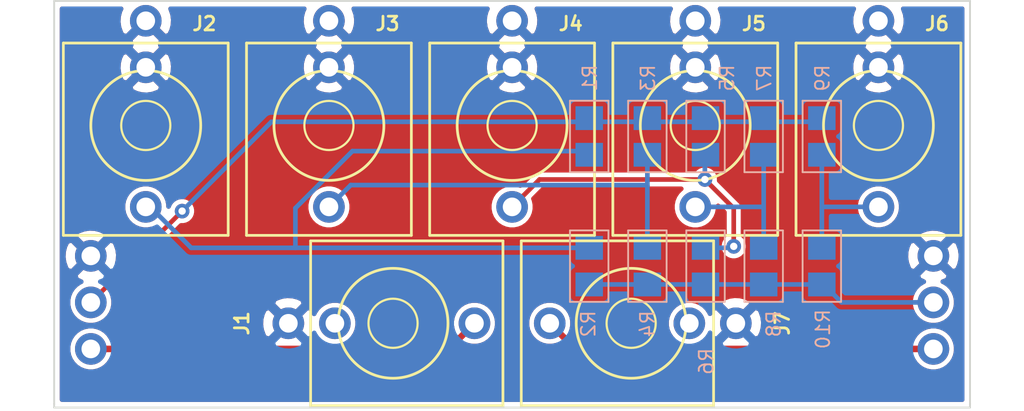
<source format=kicad_pcb>
(kicad_pcb (version 20171130) (host pcbnew "(5.1.8)-1")

  (general
    (thickness 1.6)
    (drawings 39)
    (tracks 44)
    (zones 0)
    (modules 19)
    (nets 13)
  )

  (page A4)
  (layers
    (0 F.Cu signal)
    (31 B.Cu signal)
    (32 B.Adhes user)
    (33 F.Adhes user)
    (34 B.Paste user)
    (35 F.Paste user)
    (36 B.SilkS user)
    (37 F.SilkS user)
    (38 B.Mask user)
    (39 F.Mask user)
    (40 Dwgs.User user hide)
    (41 Cmts.User user)
    (42 Eco1.User user)
    (43 Eco2.User user)
    (44 Edge.Cuts user)
    (45 Margin user)
    (46 B.CrtYd user)
    (47 F.CrtYd user)
    (48 B.Fab user hide)
    (49 F.Fab user)
  )

  (setup
    (last_trace_width 0.25)
    (user_trace_width 0.254)
    (user_trace_width 0.3556)
    (trace_clearance 0.2)
    (zone_clearance 0)
    (zone_45_only no)
    (trace_min 0.2)
    (via_size 0.8)
    (via_drill 0.4)
    (via_min_size 0.4)
    (via_min_drill 0.3)
    (uvia_size 0.3)
    (uvia_drill 0.1)
    (uvias_allowed no)
    (uvia_min_size 0.2)
    (uvia_min_drill 0.1)
    (edge_width 0.1)
    (segment_width 0.2)
    (pcb_text_width 0.3)
    (pcb_text_size 1.5 1.5)
    (mod_edge_width 0.15)
    (mod_text_size 1 1)
    (mod_text_width 0.15)
    (pad_size 6.2 6.2)
    (pad_drill 6.1)
    (pad_to_mask_clearance 0)
    (aux_axis_origin 0 0)
    (grid_origin 40.5 40)
    (visible_elements 7FFFFFFF)
    (pcbplotparams
      (layerselection 0x010fc_ffffffff)
      (usegerberextensions true)
      (usegerberattributes false)
      (usegerberadvancedattributes false)
      (creategerberjobfile false)
      (excludeedgelayer true)
      (linewidth 0.100000)
      (plotframeref false)
      (viasonmask false)
      (mode 1)
      (useauxorigin false)
      (hpglpennumber 1)
      (hpglpenspeed 20)
      (hpglpendiameter 15.000000)
      (psnegative false)
      (psa4output false)
      (plotreference true)
      (plotvalue false)
      (plotinvisibletext false)
      (padsonsilk false)
      (subtractmaskfromsilk true)
      (outputformat 1)
      (mirror false)
      (drillshape 0)
      (scaleselection 1)
      (outputdirectory "nearless-front-pcb-gerbers/"))
  )

  (net 0 "")
  (net 1 GND)
  (net 2 "Net-(J1-Pad3)")
  (net 3 "Net-(J1-Pad2)")
  (net 4 "Net-(J2-Pad3)")
  (net 5 "Net-(J3-Pad3)")
  (net 6 "Net-(J4-Pad3)")
  (net 7 "Net-(J5-Pad3)")
  (net 8 "Net-(J6-Pad3)")
  (net 9 "Net-(J7-Pad3)")
  (net 10 "Net-(J7-Pad2)")
  (net 11 "Net-(P8-Pad2)")
  (net 12 "Net-(P10-Pad2)")

  (net_class Default "This is the default net class."
    (clearance 0.2)
    (trace_width 0.25)
    (via_dia 0.8)
    (via_drill 0.4)
    (uvia_dia 0.3)
    (uvia_drill 0.1)
    (add_net GND)
    (add_net "Net-(J1-Pad2)")
    (add_net "Net-(J1-Pad3)")
    (add_net "Net-(J2-Pad3)")
    (add_net "Net-(J3-Pad3)")
    (add_net "Net-(J4-Pad3)")
    (add_net "Net-(J5-Pad3)")
    (add_net "Net-(J6-Pad3)")
    (add_net "Net-(J7-Pad2)")
    (add_net "Net-(J7-Pad3)")
    (add_net "Net-(P10-Pad2)")
    (add_net "Net-(P8-Pad2)")
  )

  (module nearness:0805 (layer B.Cu) (tedit 58FF14BD) (tstamp 60FF3B53)
    (at 82.41 54.48 270)
    (path /58FD8198)
    (fp_text reference R10 (at 3.44 -0.06 90) (layer B.SilkS)
      (effects (font (size 0.75 0.75) (thickness 0.1)) (justify mirror))
    )
    (fp_text value 100k (at 0 -1.905 90) (layer B.Fab)
      (effects (font (size 0.6 0.6) (thickness 0.1)) (justify mirror))
    )
    (fp_line (start -1 -0.625) (end -1 0.625) (layer B.Fab) (width 0.1))
    (fp_line (start 1 -0.625) (end -1 -0.625) (layer B.Fab) (width 0.1))
    (fp_line (start 1 0.625) (end 1 -0.625) (layer B.Fab) (width 0.1))
    (fp_line (start -1 0.625) (end 1 0.625) (layer B.Fab) (width 0.1))
    (fp_line (start -1.95 -1.05) (end -1.95 1.05) (layer B.SilkS) (width 0.1))
    (fp_line (start 1.95 -1.05) (end -1.95 -1.05) (layer B.SilkS) (width 0.1))
    (fp_line (start 1.95 1.05) (end 1.95 -1.05) (layer B.SilkS) (width 0.1))
    (fp_line (start -1.95 1.05) (end 1.95 1.05) (layer B.SilkS) (width 0.1))
    (pad 2 smd rect (at 1 0 270) (size 1.3 1.5) (layers B.Cu B.Paste B.Mask)
      (net 11 "Net-(P8-Pad2)"))
    (pad 1 smd rect (at -1 0 270) (size 1.3 1.5) (layers B.Cu B.Paste B.Mask)
      (net 8 "Net-(J6-Pad3)"))
  )

  (module nearness:0805 (layer B.Cu) (tedit 58FF14BD) (tstamp 60FF3B45)
    (at 82.41 47.4 90)
    (path /58FD8192)
    (fp_text reference R9 (at 3.19 0.035 90) (layer B.SilkS)
      (effects (font (size 0.75 0.75) (thickness 0.1)) (justify mirror))
    )
    (fp_text value 1M67 (at 0 -1.905 90) (layer B.Fab)
      (effects (font (size 0.6 0.6) (thickness 0.1)) (justify mirror))
    )
    (fp_line (start -1 -0.625) (end -1 0.625) (layer B.Fab) (width 0.1))
    (fp_line (start 1 -0.625) (end -1 -0.625) (layer B.Fab) (width 0.1))
    (fp_line (start 1 0.625) (end 1 -0.625) (layer B.Fab) (width 0.1))
    (fp_line (start -1 0.625) (end 1 0.625) (layer B.Fab) (width 0.1))
    (fp_line (start -1.95 -1.05) (end -1.95 1.05) (layer B.SilkS) (width 0.1))
    (fp_line (start 1.95 -1.05) (end -1.95 -1.05) (layer B.SilkS) (width 0.1))
    (fp_line (start 1.95 1.05) (end 1.95 -1.05) (layer B.SilkS) (width 0.1))
    (fp_line (start -1.95 1.05) (end 1.95 1.05) (layer B.SilkS) (width 0.1))
    (pad 2 smd rect (at 1 0 90) (size 1.3 1.5) (layers B.Cu B.Paste B.Mask)
      (net 12 "Net-(P10-Pad2)"))
    (pad 1 smd rect (at -1 0 90) (size 1.3 1.5) (layers B.Cu B.Paste B.Mask)
      (net 8 "Net-(J6-Pad3)"))
  )

  (module nearness:0805 (layer B.Cu) (tedit 58FF14BD) (tstamp 60FF3B37)
    (at 79.235 54.48 270)
    (path /58FD8180)
    (fp_text reference R8 (at 3.154286 -0.545 90) (layer B.SilkS)
      (effects (font (size 0.75 0.75) (thickness 0.1)) (justify mirror))
    )
    (fp_text value 100k (at 0 -1.905 90) (layer B.Fab)
      (effects (font (size 0.6 0.6) (thickness 0.1)) (justify mirror))
    )
    (fp_line (start -1 -0.625) (end -1 0.625) (layer B.Fab) (width 0.1))
    (fp_line (start 1 -0.625) (end -1 -0.625) (layer B.Fab) (width 0.1))
    (fp_line (start 1 0.625) (end 1 -0.625) (layer B.Fab) (width 0.1))
    (fp_line (start -1 0.625) (end 1 0.625) (layer B.Fab) (width 0.1))
    (fp_line (start -1.95 -1.05) (end -1.95 1.05) (layer B.SilkS) (width 0.1))
    (fp_line (start 1.95 -1.05) (end -1.95 -1.05) (layer B.SilkS) (width 0.1))
    (fp_line (start 1.95 1.05) (end 1.95 -1.05) (layer B.SilkS) (width 0.1))
    (fp_line (start -1.95 1.05) (end 1.95 1.05) (layer B.SilkS) (width 0.1))
    (pad 2 smd rect (at 1 0 270) (size 1.3 1.5) (layers B.Cu B.Paste B.Mask)
      (net 11 "Net-(P8-Pad2)"))
    (pad 1 smd rect (at -1 0 270) (size 1.3 1.5) (layers B.Cu B.Paste B.Mask)
      (net 7 "Net-(J5-Pad3)"))
  )

  (module nearness:0805 (layer B.Cu) (tedit 58FF14BD) (tstamp 60FF3B29)
    (at 79.235 47.4 90)
    (path /58FD817A)
    (fp_text reference R7 (at 3.19 0.035 90) (layer B.SilkS)
      (effects (font (size 0.75 0.75) (thickness 0.1)) (justify mirror))
    )
    (fp_text value 350k (at 0 -1.905 90) (layer B.Fab)
      (effects (font (size 0.6 0.6) (thickness 0.1)) (justify mirror))
    )
    (fp_line (start -1 -0.625) (end -1 0.625) (layer B.Fab) (width 0.1))
    (fp_line (start 1 -0.625) (end -1 -0.625) (layer B.Fab) (width 0.1))
    (fp_line (start 1 0.625) (end 1 -0.625) (layer B.Fab) (width 0.1))
    (fp_line (start -1 0.625) (end 1 0.625) (layer B.Fab) (width 0.1))
    (fp_line (start -1.95 -1.05) (end -1.95 1.05) (layer B.SilkS) (width 0.1))
    (fp_line (start 1.95 -1.05) (end -1.95 -1.05) (layer B.SilkS) (width 0.1))
    (fp_line (start 1.95 1.05) (end 1.95 -1.05) (layer B.SilkS) (width 0.1))
    (fp_line (start -1.95 1.05) (end 1.95 1.05) (layer B.SilkS) (width 0.1))
    (pad 2 smd rect (at 1 0 90) (size 1.3 1.5) (layers B.Cu B.Paste B.Mask)
      (net 12 "Net-(P10-Pad2)"))
    (pad 1 smd rect (at -1 0 90) (size 1.3 1.5) (layers B.Cu B.Paste B.Mask)
      (net 7 "Net-(J5-Pad3)"))
  )

  (module nearness:0805 (layer B.Cu) (tedit 58FF14BD) (tstamp 60FF3B1B)
    (at 76.06 54.48 270)
    (path /58FD7FE8)
    (fp_text reference R6 (at 5.2 -0.04 90) (layer B.SilkS)
      (effects (font (size 0.75 0.75) (thickness 0.1)) (justify mirror))
    )
    (fp_text value 141k (at 0 -1.905 90) (layer B.Fab)
      (effects (font (size 0.6 0.6) (thickness 0.1)) (justify mirror))
    )
    (fp_line (start -1 -0.625) (end -1 0.625) (layer B.Fab) (width 0.1))
    (fp_line (start 1 -0.625) (end -1 -0.625) (layer B.Fab) (width 0.1))
    (fp_line (start 1 0.625) (end 1 -0.625) (layer B.Fab) (width 0.1))
    (fp_line (start -1 0.625) (end 1 0.625) (layer B.Fab) (width 0.1))
    (fp_line (start -1.95 -1.05) (end -1.95 1.05) (layer B.SilkS) (width 0.1))
    (fp_line (start 1.95 -1.05) (end -1.95 -1.05) (layer B.SilkS) (width 0.1))
    (fp_line (start 1.95 1.05) (end 1.95 -1.05) (layer B.SilkS) (width 0.1))
    (fp_line (start -1.95 1.05) (end 1.95 1.05) (layer B.SilkS) (width 0.1))
    (pad 2 smd rect (at 1 0 270) (size 1.3 1.5) (layers B.Cu B.Paste B.Mask)
      (net 11 "Net-(P8-Pad2)"))
    (pad 1 smd rect (at -1 0 270) (size 1.3 1.5) (layers B.Cu B.Paste B.Mask)
      (net 6 "Net-(J4-Pad3)"))
  )

  (module nearness:0805 (layer B.Cu) (tedit 58FF14BD) (tstamp 60FF3B0D)
    (at 76.06 47.4 90)
    (path /58FD7FE2)
    (fp_text reference R5 (at 3.19 1.18 90) (layer B.SilkS)
      (effects (font (size 0.75 0.75) (thickness 0.1)) (justify mirror))
    )
    (fp_text value 141k (at 0 -1.905 90) (layer B.Fab)
      (effects (font (size 0.6 0.6) (thickness 0.1)) (justify mirror))
    )
    (fp_line (start -1 -0.625) (end -1 0.625) (layer B.Fab) (width 0.1))
    (fp_line (start 1 -0.625) (end -1 -0.625) (layer B.Fab) (width 0.1))
    (fp_line (start 1 0.625) (end 1 -0.625) (layer B.Fab) (width 0.1))
    (fp_line (start -1 0.625) (end 1 0.625) (layer B.Fab) (width 0.1))
    (fp_line (start -1.95 -1.05) (end -1.95 1.05) (layer B.SilkS) (width 0.1))
    (fp_line (start 1.95 -1.05) (end -1.95 -1.05) (layer B.SilkS) (width 0.1))
    (fp_line (start 1.95 1.05) (end 1.95 -1.05) (layer B.SilkS) (width 0.1))
    (fp_line (start -1.95 1.05) (end 1.95 1.05) (layer B.SilkS) (width 0.1))
    (pad 2 smd rect (at 1 0 90) (size 1.3 1.5) (layers B.Cu B.Paste B.Mask)
      (net 12 "Net-(P10-Pad2)"))
    (pad 1 smd rect (at -1 0 90) (size 1.3 1.5) (layers B.Cu B.Paste B.Mask)
      (net 6 "Net-(J4-Pad3)"))
  )

  (module nearness:0805 (layer B.Cu) (tedit 58FF14BD) (tstamp 610E5726)
    (at 72.885 54.48 270)
    (path /58FD7FDC)
    (fp_text reference R4 (at 3.154286 -0.005 90) (layer B.SilkS)
      (effects (font (size 0.75 0.75) (thickness 0.1)) (justify mirror))
    )
    (fp_text value 350k (at 0 -1.905 90) (layer B.Fab)
      (effects (font (size 0.6 0.6) (thickness 0.1)) (justify mirror))
    )
    (fp_line (start -1 -0.625) (end -1 0.625) (layer B.Fab) (width 0.1))
    (fp_line (start 1 -0.625) (end -1 -0.625) (layer B.Fab) (width 0.1))
    (fp_line (start 1 0.625) (end 1 -0.625) (layer B.Fab) (width 0.1))
    (fp_line (start -1 0.625) (end 1 0.625) (layer B.Fab) (width 0.1))
    (fp_line (start -1.95 -1.05) (end -1.95 1.05) (layer B.SilkS) (width 0.1))
    (fp_line (start 1.95 -1.05) (end -1.95 -1.05) (layer B.SilkS) (width 0.1))
    (fp_line (start 1.95 1.05) (end 1.95 -1.05) (layer B.SilkS) (width 0.1))
    (fp_line (start -1.95 1.05) (end 1.95 1.05) (layer B.SilkS) (width 0.1))
    (pad 2 smd rect (at 1 0 270) (size 1.3 1.5) (layers B.Cu B.Paste B.Mask)
      (net 11 "Net-(P8-Pad2)"))
    (pad 1 smd rect (at -1 0 270) (size 1.3 1.5) (layers B.Cu B.Paste B.Mask)
      (net 5 "Net-(J3-Pad3)"))
  )

  (module nearness:0805 (layer B.Cu) (tedit 58FF14BD) (tstamp 6100420A)
    (at 72.885 47.4 90)
    (path /58FD7FD6)
    (fp_text reference R3 (at 3.19 0.035 90) (layer B.SilkS)
      (effects (font (size 0.75 0.75) (thickness 0.1)) (justify mirror))
    )
    (fp_text value 100k (at 0 -1.905 90) (layer B.Fab)
      (effects (font (size 0.6 0.6) (thickness 0.1)) (justify mirror))
    )
    (fp_line (start -1 -0.625) (end -1 0.625) (layer B.Fab) (width 0.1))
    (fp_line (start 1 -0.625) (end -1 -0.625) (layer B.Fab) (width 0.1))
    (fp_line (start 1 0.625) (end 1 -0.625) (layer B.Fab) (width 0.1))
    (fp_line (start -1 0.625) (end 1 0.625) (layer B.Fab) (width 0.1))
    (fp_line (start -1.95 -1.05) (end -1.95 1.05) (layer B.SilkS) (width 0.1))
    (fp_line (start 1.95 -1.05) (end -1.95 -1.05) (layer B.SilkS) (width 0.1))
    (fp_line (start 1.95 1.05) (end 1.95 -1.05) (layer B.SilkS) (width 0.1))
    (fp_line (start -1.95 1.05) (end 1.95 1.05) (layer B.SilkS) (width 0.1))
    (pad 2 smd rect (at 1 0 90) (size 1.3 1.5) (layers B.Cu B.Paste B.Mask)
      (net 12 "Net-(P10-Pad2)"))
    (pad 1 smd rect (at -1 0 90) (size 1.3 1.5) (layers B.Cu B.Paste B.Mask)
      (net 5 "Net-(J3-Pad3)"))
  )

  (module nearness:0805 (layer B.Cu) (tedit 58FF14BD) (tstamp 6100364D)
    (at 69.71 54.48 270)
    (path /58FD7E0E)
    (fp_text reference R2 (at 3.154286 0.05 90) (layer B.SilkS)
      (effects (font (size 0.75 0.75) (thickness 0.1)) (justify mirror))
    )
    (fp_text value 1M67 (at 0 -1.905 90) (layer B.Fab)
      (effects (font (size 0.6 0.6) (thickness 0.1)) (justify mirror))
    )
    (fp_line (start -1 -0.625) (end -1 0.625) (layer B.Fab) (width 0.1))
    (fp_line (start 1 -0.625) (end -1 -0.625) (layer B.Fab) (width 0.1))
    (fp_line (start 1 0.625) (end 1 -0.625) (layer B.Fab) (width 0.1))
    (fp_line (start -1 0.625) (end 1 0.625) (layer B.Fab) (width 0.1))
    (fp_line (start -1.95 -1.05) (end -1.95 1.05) (layer B.SilkS) (width 0.1))
    (fp_line (start 1.95 -1.05) (end -1.95 -1.05) (layer B.SilkS) (width 0.1))
    (fp_line (start 1.95 1.05) (end 1.95 -1.05) (layer B.SilkS) (width 0.1))
    (fp_line (start -1.95 1.05) (end 1.95 1.05) (layer B.SilkS) (width 0.1))
    (pad 2 smd rect (at 1 0 270) (size 1.3 1.5) (layers B.Cu B.Paste B.Mask)
      (net 11 "Net-(P8-Pad2)"))
    (pad 1 smd rect (at -1 0 270) (size 1.3 1.5) (layers B.Cu B.Paste B.Mask)
      (net 4 "Net-(J2-Pad3)"))
  )

  (module nearness:0805 (layer B.Cu) (tedit 58FF14BD) (tstamp 61003905)
    (at 69.71 47.4 90)
    (path /58FD7DBD)
    (fp_text reference R1 (at 3.19 0.035 90) (layer B.SilkS)
      (effects (font (size 0.75 0.75) (thickness 0.1)) (justify mirror))
    )
    (fp_text value 100k (at 0 -1.905 90) (layer B.Fab)
      (effects (font (size 0.6 0.6) (thickness 0.1)) (justify mirror))
    )
    (fp_line (start -1 -0.625) (end -1 0.625) (layer B.Fab) (width 0.1))
    (fp_line (start 1 -0.625) (end -1 -0.625) (layer B.Fab) (width 0.1))
    (fp_line (start 1 0.625) (end 1 -0.625) (layer B.Fab) (width 0.1))
    (fp_line (start -1 0.625) (end 1 0.625) (layer B.Fab) (width 0.1))
    (fp_line (start -1.95 -1.05) (end -1.95 1.05) (layer B.SilkS) (width 0.1))
    (fp_line (start 1.95 -1.05) (end -1.95 -1.05) (layer B.SilkS) (width 0.1))
    (fp_line (start 1.95 1.05) (end 1.95 -1.05) (layer B.SilkS) (width 0.1))
    (fp_line (start -1.95 1.05) (end 1.95 1.05) (layer B.SilkS) (width 0.1))
    (pad 2 smd rect (at 1 0 90) (size 1.3 1.5) (layers B.Cu B.Paste B.Mask)
      (net 12 "Net-(P10-Pad2)"))
    (pad 1 smd rect (at -1 0 90) (size 1.3 1.5) (layers B.Cu B.Paste B.Mask)
      (net 4 "Net-(J2-Pad3)"))
  )

  (module nearness:PJ301M12 (layer F.Cu) (tedit 60FF43C7) (tstamp 61003938)
    (at 45.5 46.8 180)
    (path /58FD7A91)
    (fp_text reference J2 (at -3.2 5.555) (layer F.SilkS)
      (effects (font (size 0.75 0.75) (thickness 0.15)))
    )
    (fp_text value PJ301M12 (at 0 -6.985) (layer F.Fab)
      (effects (font (size 1 1) (thickness 0.15)))
    )
    (fp_circle (center 0 0) (end -0.6 -1.2) (layer F.SilkS) (width 0.12))
    (fp_line (start -4.5 -6) (end 4.5 -6) (layer F.SilkS) (width 0.15))
    (fp_line (start 4.5 -6) (end 4.5 4.5) (layer F.SilkS) (width 0.15))
    (fp_line (start 4.5 4.5) (end -4.5 4.5) (layer F.SilkS) (width 0.15))
    (fp_line (start -4.5 4.5) (end -4.5 -6) (layer F.SilkS) (width 0.15))
    (fp_circle (center 0 0) (end 3 0) (layer F.SilkS) (width 0.15))
    (pad 3 thru_hole circle (at 0 -4.445 180) (size 1.7272 1.7272) (drill 1.016) (layers *.Cu *.Mask)
      (net 4 "Net-(J2-Pad3)"))
    (pad 2 thru_hole circle (at 0 3.175 180) (size 1.7272 1.7272) (drill 1.016) (layers *.Cu *.Mask)
      (net 1 GND))
    (pad 1 thru_hole circle (at 0 5.715 180) (size 1.7272 1.7272) (drill 1.016) (layers *.Cu *.Mask)
      (net 1 GND))
  )

  (module nearness:PJ301M12 (layer F.Cu) (tedit 60FF43C7) (tstamp 60FF3A6E)
    (at 85.5 46.8 180)
    (path /58FD7B60)
    (fp_text reference J6 (at -3.2 5.555) (layer F.SilkS)
      (effects (font (size 0.75 0.75) (thickness 0.15)))
    )
    (fp_text value PJ301M12 (at 0 -6.985) (layer F.Fab)
      (effects (font (size 1 1) (thickness 0.15)))
    )
    (fp_circle (center 0 0) (end -0.6 -1.2) (layer F.SilkS) (width 0.12))
    (fp_line (start -4.5 -6) (end 4.5 -6) (layer F.SilkS) (width 0.15))
    (fp_line (start 4.5 -6) (end 4.5 4.5) (layer F.SilkS) (width 0.15))
    (fp_line (start 4.5 4.5) (end -4.5 4.5) (layer F.SilkS) (width 0.15))
    (fp_line (start -4.5 4.5) (end -4.5 -6) (layer F.SilkS) (width 0.15))
    (fp_circle (center 0 0) (end 3 0) (layer F.SilkS) (width 0.15))
    (pad 3 thru_hole circle (at 0 -4.445 180) (size 1.7272 1.7272) (drill 1.016) (layers *.Cu *.Mask)
      (net 8 "Net-(J6-Pad3)"))
    (pad 2 thru_hole circle (at 0 3.175 180) (size 1.7272 1.7272) (drill 1.016) (layers *.Cu *.Mask)
      (net 1 GND))
    (pad 1 thru_hole circle (at 0 5.715 180) (size 1.7272 1.7272) (drill 1.016) (layers *.Cu *.Mask)
      (net 1 GND))
  )

  (module nearness:Pin_1x3 (layer F.Cu) (tedit 58FED9E0) (tstamp 60FF3AB7)
    (at 42.5 56.46 180)
    (path /612C58B6)
    (fp_text reference P10 (at 0 -5.08) (layer F.SilkS) hide
      (effects (font (size 0.75 0.75) (thickness 0.15)))
    )
    (fp_text value CONN_01X03 (at 0 5.08) (layer F.Fab)
      (effects (font (size 1 1) (thickness 0.15)))
    )
    (pad 3 thru_hole circle (at 0 2.54 180) (size 1.7272 1.7272) (drill 1.016) (layers *.Cu *.Mask)
      (net 1 GND))
    (pad 2 thru_hole circle (at 0 0 180) (size 1.7272 1.7272) (drill 1.016) (layers *.Cu *.Mask)
      (net 12 "Net-(P10-Pad2)"))
    (pad 1 thru_hole circle (at 0 -2.54 180) (size 1.7272 1.7272) (drill 1.016) (layers *.Cu *.Mask)
      (net 2 "Net-(J1-Pad3)"))
  )

  (module nearness:Pin_1x3 (layer F.Cu) (tedit 58FED9E0) (tstamp 60FF3AA0)
    (at 88.5 56.46)
    (path /611F80E2)
    (fp_text reference P8 (at 0 -5.08) (layer F.SilkS) hide
      (effects (font (size 0.75 0.75) (thickness 0.15)))
    )
    (fp_text value CONN_01X03 (at 0 5.08) (layer F.Fab)
      (effects (font (size 1 1) (thickness 0.15)))
    )
    (pad 3 thru_hole circle (at 0 2.54) (size 1.7272 1.7272) (drill 1.016) (layers *.Cu *.Mask)
      (net 9 "Net-(J7-Pad3)"))
    (pad 2 thru_hole circle (at 0 0) (size 1.7272 1.7272) (drill 1.016) (layers *.Cu *.Mask)
      (net 11 "Net-(P8-Pad2)"))
    (pad 1 thru_hole circle (at 0 -2.54) (size 1.7272 1.7272) (drill 1.016) (layers *.Cu *.Mask)
      (net 1 GND))
  )

  (module nearness:PJ301M12 (layer F.Cu) (tedit 60FF43C7) (tstamp 60FF3A7B)
    (at 72 57.6 90)
    (path /58FD8B0F)
    (fp_text reference J7 (at 0 8.255 90) (layer F.SilkS)
      (effects (font (size 0.75 0.75) (thickness 0.15)))
    )
    (fp_text value PJ301M12 (at 0 -6.985 90) (layer F.Fab)
      (effects (font (size 1 1) (thickness 0.15)))
    )
    (fp_circle (center 0 0) (end -0.6 -1.2) (layer F.SilkS) (width 0.12))
    (fp_line (start -4.5 -6) (end 4.5 -6) (layer F.SilkS) (width 0.15))
    (fp_line (start 4.5 -6) (end 4.5 4.5) (layer F.SilkS) (width 0.15))
    (fp_line (start 4.5 4.5) (end -4.5 4.5) (layer F.SilkS) (width 0.15))
    (fp_line (start -4.5 4.5) (end -4.5 -6) (layer F.SilkS) (width 0.15))
    (fp_circle (center 0 0) (end 3 0) (layer F.SilkS) (width 0.15))
    (pad 3 thru_hole circle (at 0 -4.445 90) (size 1.7272 1.7272) (drill 1.016) (layers *.Cu *.Mask)
      (net 9 "Net-(J7-Pad3)"))
    (pad 2 thru_hole circle (at 0 3.175 90) (size 1.7272 1.7272) (drill 1.016) (layers *.Cu *.Mask)
      (net 10 "Net-(J7-Pad2)"))
    (pad 1 thru_hole circle (at 0 5.715 90) (size 1.7272 1.7272) (drill 1.016) (layers *.Cu *.Mask)
      (net 1 GND))
  )

  (module nearness:PJ301M12 (layer F.Cu) (tedit 60FF43C7) (tstamp 60FF3A61)
    (at 75.5 46.8 180)
    (path /58FD7B16)
    (fp_text reference J5 (at -3.2 5.555) (layer F.SilkS)
      (effects (font (size 0.75 0.75) (thickness 0.15)))
    )
    (fp_text value PJ301M12 (at 0 -6.985) (layer F.Fab)
      (effects (font (size 1 1) (thickness 0.15)))
    )
    (fp_circle (center 0 0) (end -0.6 -1.2) (layer F.SilkS) (width 0.12))
    (fp_line (start -4.5 -6) (end 4.5 -6) (layer F.SilkS) (width 0.15))
    (fp_line (start 4.5 -6) (end 4.5 4.5) (layer F.SilkS) (width 0.15))
    (fp_line (start 4.5 4.5) (end -4.5 4.5) (layer F.SilkS) (width 0.15))
    (fp_line (start -4.5 4.5) (end -4.5 -6) (layer F.SilkS) (width 0.15))
    (fp_circle (center 0 0) (end 3 0) (layer F.SilkS) (width 0.15))
    (pad 3 thru_hole circle (at 0 -4.445 180) (size 1.7272 1.7272) (drill 1.016) (layers *.Cu *.Mask)
      (net 7 "Net-(J5-Pad3)"))
    (pad 2 thru_hole circle (at 0 3.175 180) (size 1.7272 1.7272) (drill 1.016) (layers *.Cu *.Mask)
      (net 1 GND))
    (pad 1 thru_hole circle (at 0 5.715 180) (size 1.7272 1.7272) (drill 1.016) (layers *.Cu *.Mask)
      (net 1 GND))
  )

  (module nearness:PJ301M12 (layer F.Cu) (tedit 60FF43C7) (tstamp 60FF3A54)
    (at 65.5 46.8 180)
    (path /58FD7AF2)
    (fp_text reference J4 (at -3.2 5.555) (layer F.SilkS)
      (effects (font (size 0.75 0.75) (thickness 0.15)))
    )
    (fp_text value PJ301M12 (at 0 -6.985) (layer F.Fab)
      (effects (font (size 1 1) (thickness 0.15)))
    )
    (fp_circle (center 0 0) (end -0.6 -1.2) (layer F.SilkS) (width 0.12))
    (fp_line (start -4.5 -6) (end 4.5 -6) (layer F.SilkS) (width 0.15))
    (fp_line (start 4.5 -6) (end 4.5 4.5) (layer F.SilkS) (width 0.15))
    (fp_line (start 4.5 4.5) (end -4.5 4.5) (layer F.SilkS) (width 0.15))
    (fp_line (start -4.5 4.5) (end -4.5 -6) (layer F.SilkS) (width 0.15))
    (fp_circle (center 0 0) (end 3 0) (layer F.SilkS) (width 0.15))
    (pad 3 thru_hole circle (at 0 -4.445 180) (size 1.7272 1.7272) (drill 1.016) (layers *.Cu *.Mask)
      (net 6 "Net-(J4-Pad3)"))
    (pad 2 thru_hole circle (at 0 3.175 180) (size 1.7272 1.7272) (drill 1.016) (layers *.Cu *.Mask)
      (net 1 GND))
    (pad 1 thru_hole circle (at 0 5.715 180) (size 1.7272 1.7272) (drill 1.016) (layers *.Cu *.Mask)
      (net 1 GND))
  )

  (module nearness:PJ301M12 (layer F.Cu) (tedit 60FF43C7) (tstamp 6100384A)
    (at 55.5 46.8 180)
    (path /58FD7AD1)
    (fp_text reference J3 (at -3.2 5.555) (layer F.SilkS)
      (effects (font (size 0.75 0.75) (thickness 0.15)))
    )
    (fp_text value PJ301M12 (at 0 -6.985) (layer F.Fab)
      (effects (font (size 1 1) (thickness 0.15)))
    )
    (fp_circle (center 0 0) (end -0.6 -1.2) (layer F.SilkS) (width 0.12))
    (fp_line (start -4.5 -6) (end 4.5 -6) (layer F.SilkS) (width 0.15))
    (fp_line (start 4.5 -6) (end 4.5 4.5) (layer F.SilkS) (width 0.15))
    (fp_line (start 4.5 4.5) (end -4.5 4.5) (layer F.SilkS) (width 0.15))
    (fp_line (start -4.5 4.5) (end -4.5 -6) (layer F.SilkS) (width 0.15))
    (fp_circle (center 0 0) (end 3 0) (layer F.SilkS) (width 0.15))
    (pad 3 thru_hole circle (at 0 -4.445 180) (size 1.7272 1.7272) (drill 1.016) (layers *.Cu *.Mask)
      (net 5 "Net-(J3-Pad3)"))
    (pad 2 thru_hole circle (at 0 3.175 180) (size 1.7272 1.7272) (drill 1.016) (layers *.Cu *.Mask)
      (net 1 GND))
    (pad 1 thru_hole circle (at 0 5.715 180) (size 1.7272 1.7272) (drill 1.016) (layers *.Cu *.Mask)
      (net 1 GND))
  )

  (module nearness:PJ301M12 (layer F.Cu) (tedit 60FF43C7) (tstamp 60FF3A2D)
    (at 59 57.6 270)
    (path /58FD8A9D)
    (fp_text reference J1 (at 0 8.255 90) (layer F.SilkS)
      (effects (font (size 0.75 0.75) (thickness 0.15)))
    )
    (fp_text value PJ301M12 (at 0 -6.985 90) (layer F.Fab)
      (effects (font (size 1 1) (thickness 0.15)))
    )
    (fp_circle (center 0 0) (end -0.6 -1.2) (layer F.SilkS) (width 0.12))
    (fp_line (start -4.5 -6) (end 4.5 -6) (layer F.SilkS) (width 0.15))
    (fp_line (start 4.5 -6) (end 4.5 4.5) (layer F.SilkS) (width 0.15))
    (fp_line (start 4.5 4.5) (end -4.5 4.5) (layer F.SilkS) (width 0.15))
    (fp_line (start -4.5 4.5) (end -4.5 -6) (layer F.SilkS) (width 0.15))
    (fp_circle (center 0 0) (end 3 0) (layer F.SilkS) (width 0.15))
    (pad 3 thru_hole circle (at 0 -4.445 270) (size 1.7272 1.7272) (drill 1.016) (layers *.Cu *.Mask)
      (net 2 "Net-(J1-Pad3)"))
    (pad 2 thru_hole circle (at 0 3.175 270) (size 1.7272 1.7272) (drill 1.016) (layers *.Cu *.Mask)
      (net 3 "Net-(J1-Pad2)"))
    (pad 1 thru_hole circle (at 0 5.715 270) (size 1.7272 1.7272) (drill 1.016) (layers *.Cu *.Mask)
      (net 1 GND))
  )

  (dimension 39.65 (width 0.15) (layer Dwgs.User)
    (gr_text "39.650 mm" (at 218.22 42.66 90) (layer Dwgs.User)
      (effects (font (size 1 1) (thickness 0.15)))
    )
    (feature1 (pts (xy 209.07 22.835) (xy 217.506421 22.835)))
    (feature2 (pts (xy 209.07 62.485) (xy 217.506421 62.485)))
    (crossbar (pts (xy 216.92 62.485) (xy 216.92 22.835)))
    (arrow1a (pts (xy 216.92 22.835) (xy 217.506421 23.961504)))
    (arrow1b (pts (xy 216.92 22.835) (xy 216.333579 23.961504)))
    (arrow2a (pts (xy 216.92 62.485) (xy 217.506421 61.358496)))
    (arrow2b (pts (xy 216.92 62.485) (xy 216.333579 61.358496)))
  )
  (dimension 50.5 (width 0.15) (layer Dwgs.User)
    (gr_text "50.500 mm" (at 183.82 14.685) (layer Dwgs.User)
      (effects (font (size 1 1) (thickness 0.15)))
    )
    (feature1 (pts (xy 209.07 22.835) (xy 209.07 15.398579)))
    (feature2 (pts (xy 158.57 22.835) (xy 158.57 15.398579)))
    (crossbar (pts (xy 158.57 15.985) (xy 209.07 15.985)))
    (arrow1a (pts (xy 209.07 15.985) (xy 207.943496 16.571421)))
    (arrow1b (pts (xy 209.07 15.985) (xy 207.943496 15.398579)))
    (arrow2a (pts (xy 158.57 15.985) (xy 159.696504 16.571421)))
    (arrow2b (pts (xy 158.57 15.985) (xy 159.696504 15.398579)))
  )
  (gr_line (start 63.5 51.1) (end 91.5 51.1) (layer Dwgs.User) (width 0.15))
  (gr_line (start 40.5 51.1) (end 63.5 51.1) (layer Dwgs.User) (width 0.15))
  (gr_line (start 40.5 62.2) (end 40.5 51.1) (layer Dwgs.User) (width 0.15))
  (gr_line (start 193.82 22.835) (end 203.82 22.835) (layer Dwgs.User) (width 0.15))
  (gr_line (start 183.82 22.835) (end 193.82 22.835) (layer Dwgs.User) (width 0.15))
  (gr_line (start 173.82 22.835) (end 163.82 22.835) (layer Dwgs.User) (width 0.15))
  (gr_line (start 183.82 22.835) (end 173.82 22.835) (layer Dwgs.User) (width 0.15))
  (gr_line (start 158.57 22.835) (end 183.82 22.835) (layer Dwgs.User) (width 0.15))
  (gr_line (start 72 62.2) (end 72 57.6) (layer Dwgs.User) (width 0.15))
  (gr_line (start 65.5 62.2) (end 72 62.2) (layer Dwgs.User) (width 0.15))
  (gr_line (start 59 62.2) (end 59 57.6) (layer Dwgs.User) (width 0.15))
  (gr_line (start 65.5 62.2) (end 59 62.2) (layer Dwgs.User) (width 0.15))
  (gr_line (start 65.5 62.2) (end 71.6 62.2) (layer Dwgs.User) (width 0.15))
  (gr_line (start 65.5 62.2) (end 59.4 62.2) (layer Dwgs.User) (width 0.15))
  (gr_line (start 65.5 46.8) (end 65.5 62.2) (layer Dwgs.User) (width 0.15))
  (gr_line (start 40.5 57.6) (end 90.5 57.6) (layer Dwgs.User) (width 0.15))
  (gr_line (start 40.5 62.2) (end 40.5 57.6) (layer Dwgs.User) (width 0.15))
  (gr_line (start 85.5 40) (end 85.5 46.8) (layer Dwgs.User) (width 0.15))
  (gr_line (start 75.5 40) (end 85.5 40) (layer Dwgs.User) (width 0.15))
  (gr_line (start 75.5 46.8) (end 75.5 40) (layer Dwgs.User) (width 0.15))
  (gr_line (start 65.5 46.8) (end 75.5 46.8) (layer Dwgs.User) (width 0.15))
  (gr_line (start 65.5 40) (end 65.5 46.8) (layer Dwgs.User) (width 0.15))
  (gr_line (start 55.5 40) (end 65.5 40) (layer Dwgs.User) (width 0.15))
  (gr_line (start 55.5 46.8) (end 55.5 40) (layer Dwgs.User) (width 0.15))
  (gr_line (start 45.5 46.8) (end 55.5 46.8) (layer Dwgs.User) (width 0.15))
  (gr_line (start 45.5 40) (end 45.5 46.8) (layer Dwgs.User) (width 0.15))
  (gr_line (start 40.5 40) (end 45.5 40) (layer Dwgs.User) (width 0.15))
  (dimension 50 (width 0.15) (layer Dwgs.User)
    (gr_text "50.000 mm" (at 122.5 35.1) (layer Dwgs.User)
      (effects (font (size 1 1) (thickness 0.15)))
    )
    (feature1 (pts (xy 147.5 40) (xy 147.5 35.813579)))
    (feature2 (pts (xy 97.5 40) (xy 97.5 35.813579)))
    (crossbar (pts (xy 97.5 36.4) (xy 147.5 36.4)))
    (arrow1a (pts (xy 147.5 36.4) (xy 146.373496 36.986421)))
    (arrow1b (pts (xy 147.5 36.4) (xy 146.373496 35.813579)))
    (arrow2a (pts (xy 97.5 36.4) (xy 98.626504 36.986421)))
    (arrow2b (pts (xy 97.5 36.4) (xy 98.626504 35.813579)))
  )
  (dimension 50 (width 0.15) (layer Dwgs.User)
    (gr_text "50.000 mm" (at 65.5 35.1) (layer Dwgs.User)
      (effects (font (size 1 1) (thickness 0.15)))
    )
    (feature1 (pts (xy 40.5 40) (xy 40.5 35.813579)))
    (feature2 (pts (xy 90.5 40) (xy 90.5 35.813579)))
    (crossbar (pts (xy 90.5 36.4) (xy 40.5 36.4)))
    (arrow1a (pts (xy 40.5 36.4) (xy 41.626504 35.813579)))
    (arrow1b (pts (xy 40.5 36.4) (xy 41.626504 36.986421)))
    (arrow2a (pts (xy 90.5 36.4) (xy 89.373496 35.813579)))
    (arrow2b (pts (xy 90.5 36.4) (xy 89.373496 36.986421)))
  )
  (dimension 22.2 (width 0.15) (layer Dwgs.User)
    (gr_text "22.200 mm" (at 36 51.1 270) (layer Dwgs.User)
      (effects (font (size 1 1) (thickness 0.15)))
    )
    (feature1 (pts (xy 40.5 62.2) (xy 36.713579 62.2)))
    (feature2 (pts (xy 40.5 40) (xy 36.713579 40)))
    (crossbar (pts (xy 37.3 40) (xy 37.3 62.2)))
    (arrow1a (pts (xy 37.3 62.2) (xy 36.713579 61.073496)))
    (arrow1b (pts (xy 37.3 62.2) (xy 37.886421 61.073496)))
    (arrow2a (pts (xy 37.3 40) (xy 36.713579 41.126504)))
    (arrow2b (pts (xy 37.3 40) (xy 37.886421 41.126504)))
  )
  (dimension 22.2 (width 0.15) (layer Dwgs.User)
    (gr_text "22.200 mm" (at 154 51.1 90) (layer Dwgs.User)
      (effects (font (size 1 1) (thickness 0.15)))
    )
    (feature1 (pts (xy 147.5 40) (xy 153.286421 40)))
    (feature2 (pts (xy 147.5 62.2) (xy 153.286421 62.2)))
    (crossbar (pts (xy 152.7 62.2) (xy 152.7 40)))
    (arrow1a (pts (xy 152.7 40) (xy 153.286421 41.126504)))
    (arrow1b (pts (xy 152.7 40) (xy 152.113579 41.126504)))
    (arrow2a (pts (xy 152.7 62.2) (xy 153.286421 61.073496)))
    (arrow2b (pts (xy 152.7 62.2) (xy 152.113579 61.073496)))
  )
  (gr_line (start 90.5 62.2) (end 90.5 62) (layer Edge.Cuts) (width 0.1) (tstamp 61001569))
  (gr_line (start 40.5 62.2) (end 40.5 62) (layer Edge.Cuts) (width 0.1) (tstamp 61001568))
  (gr_line (start 90.5 40) (end 40.5 40) (layer Edge.Cuts) (width 0.1) (tstamp 60FF36D3))
  (gr_line (start 90.5 62) (end 90.5 40) (layer Edge.Cuts) (width 0.1))
  (gr_line (start 40.5 62.2) (end 90.5 62.2) (layer Edge.Cuts) (width 0.1))
  (gr_line (start 40.5 40) (end 40.5 62) (layer Edge.Cuts) (width 0.1))

  (segment (start 62.045 59) (end 42.5 59) (width 0.3556) (layer F.Cu) (net 2))
  (segment (start 63.445 57.6) (end 62.045 59) (width 0.3556) (layer F.Cu) (net 2))
  (segment (start 56.78291 48.2) (end 53.67 51.31291) (width 0.254) (layer B.Cu) (net 4))
  (segment (start 69.71 48.2) (end 56.78291 48.2) (width 0.254) (layer B.Cu) (net 4))
  (segment (start 69.71 53.48) (end 47.98 53.48) (width 0.254) (layer B.Cu) (net 4))
  (segment (start 45.745 51.245) (end 45.5 51.245) (width 0.254) (layer B.Cu) (net 4))
  (segment (start 47.98 53.48) (end 45.745 51.245) (width 0.254) (layer B.Cu) (net 4))
  (segment (start 53.67 51.31291) (end 53.67 53.48) (width 0.254) (layer B.Cu) (net 4))
  (segment (start 72.885 48.2) (end 72.885 48.63) (width 0.254) (layer B.Cu) (net 5))
  (segment (start 72.885 52.675) (end 72.885 53.78) (width 0.254) (layer B.Cu) (net 5))
  (segment (start 72.854399 50.054399) (end 72.885 50.085) (width 0.254) (layer B.Cu) (net 5))
  (segment (start 55.5 51.245) (end 56.690601 50.054399) (width 0.254) (layer B.Cu) (net 5))
  (segment (start 72.885 50.085) (end 72.885 52.675) (width 0.254) (layer B.Cu) (net 5))
  (segment (start 56.690601 50.054399) (end 72.854399 50.054399) (width 0.254) (layer B.Cu) (net 5))
  (segment (start 72.885 48.2) (end 72.885 50.085) (width 0.254) (layer B.Cu) (net 5))
  (via (at 76.025 49.75) (size 0.8) (drill 0.4) (layers F.Cu B.Cu) (net 6))
  (segment (start 76.025 48.435) (end 76.06 48.4) (width 0.254) (layer B.Cu) (net 6))
  (segment (start 76.025 49.75) (end 76.025 48.435) (width 0.254) (layer B.Cu) (net 6))
  (segment (start 66.995 49.75) (end 65.5 51.245) (width 0.254) (layer F.Cu) (net 6))
  (segment (start 76.025 49.75) (end 66.995 49.75) (width 0.254) (layer F.Cu) (net 6))
  (segment (start 77.6 51.325) (end 76.025 49.75) (width 0.254) (layer F.Cu) (net 6))
  (segment (start 77.6 53.4) (end 77.6 51.325) (width 0.254) (layer F.Cu) (net 6))
  (via (at 77.6 53.4) (size 0.8) (drill 0.4) (layers F.Cu B.Cu) (net 6))
  (segment (start 77.52 53.48) (end 77.6 53.4) (width 0.254) (layer B.Cu) (net 6))
  (segment (start 76.06 53.48) (end 77.52 53.48) (width 0.254) (layer B.Cu) (net 6))
  (segment (start 79.235 48.2) (end 79.235 53.78) (width 0.254) (layer B.Cu) (net 7))
  (segment (start 75.5 51.245) (end 79.235 51.245) (width 0.254) (layer B.Cu) (net 7))
  (segment (start 82.41 48.2) (end 82.455 48.2) (width 0.254) (layer B.Cu) (net 8))
  (segment (start 82.41 53.78) (end 82.41 48.2) (width 0.254) (layer B.Cu) (net 8))
  (segment (start 85.5 51.245) (end 82.41 51.245) (width 0.254) (layer B.Cu) (net 8))
  (segment (start 68.955 59) (end 88.5 59) (width 0.3556) (layer F.Cu) (net 9))
  (segment (start 67.555 57.6) (end 68.955 59) (width 0.3556) (layer F.Cu) (net 9))
  (segment (start 83.49 56.46) (end 82.41 55.38) (width 0.254) (layer B.Cu) (net 11))
  (segment (start 88.5 56.46) (end 83.49 56.46) (width 0.254) (layer B.Cu) (net 11))
  (segment (start 69.71 55.48) (end 72.885 55.48) (width 0.254) (layer B.Cu) (net 11))
  (segment (start 72.885 55.48) (end 82.41 55.48) (width 0.254) (layer B.Cu) (net 11))
  (segment (start 47.485 51.475) (end 42.5 56.46) (width 0.254) (layer F.Cu) (net 12))
  (segment (start 82.41 46.6) (end 79.235 46.6) (width 0.254) (layer B.Cu) (net 12))
  (segment (start 79.235 46.6) (end 76.06 46.6) (width 0.254) (layer B.Cu) (net 12))
  (segment (start 76.06 46.6) (end 72.885 46.6) (width 0.254) (layer B.Cu) (net 12))
  (segment (start 72.885 46.6) (end 69.71 46.6) (width 0.254) (layer B.Cu) (net 12))
  (segment (start 52.36 46.6) (end 47.485 51.475) (width 0.254) (layer B.Cu) (net 12))
  (via (at 47.485 51.475) (size 0.8) (drill 0.4) (layers F.Cu B.Cu) (net 12))
  (segment (start 69.71 46.6) (end 52.36 46.6) (width 0.254) (layer B.Cu) (net 12))

  (zone (net 1) (net_name GND) (layer F.Cu) (tstamp 61105954) (hatch edge 0.508)
    (connect_pads (clearance 0.254))
    (min_thickness 0.254)
    (fill yes (arc_segments 32) (thermal_gap 0.508) (thermal_bridge_width 0.508))
    (polygon
      (pts
        (xy 90.5 62.2) (xy 40.5 62.2) (xy 40.5 40) (xy 90.5 40)
      )
    )
    (filled_polygon
      (pts
        (xy 44.084174 40.572141) (xy 44.011325 40.85821) (xy 43.995685 41.152993) (xy 44.037855 41.445164) (xy 44.136214 41.723493)
        (xy 44.211433 41.864218) (xy 44.461896 41.943499) (xy 45.320395 41.085) (xy 45.306253 41.070858) (xy 45.485858 40.891253)
        (xy 45.5 40.905395) (xy 45.514143 40.891253) (xy 45.693748 41.070858) (xy 45.679605 41.085) (xy 46.538104 41.943499)
        (xy 46.788567 41.864218) (xy 46.915826 41.597859) (xy 46.988675 41.31179) (xy 47.004315 41.017007) (xy 46.962145 40.724836)
        (xy 46.863786 40.446507) (xy 46.855497 40.431) (xy 54.151607 40.431) (xy 54.084174 40.572141) (xy 54.011325 40.85821)
        (xy 53.995685 41.152993) (xy 54.037855 41.445164) (xy 54.136214 41.723493) (xy 54.211433 41.864218) (xy 54.461896 41.943499)
        (xy 55.320395 41.085) (xy 55.306253 41.070858) (xy 55.485858 40.891253) (xy 55.5 40.905395) (xy 55.514143 40.891253)
        (xy 55.693748 41.070858) (xy 55.679605 41.085) (xy 56.538104 41.943499) (xy 56.788567 41.864218) (xy 56.915826 41.597859)
        (xy 56.988675 41.31179) (xy 57.004315 41.017007) (xy 56.962145 40.724836) (xy 56.863786 40.446507) (xy 56.855497 40.431)
        (xy 64.151607 40.431) (xy 64.084174 40.572141) (xy 64.011325 40.85821) (xy 63.995685 41.152993) (xy 64.037855 41.445164)
        (xy 64.136214 41.723493) (xy 64.211433 41.864218) (xy 64.461896 41.943499) (xy 65.320395 41.085) (xy 65.306253 41.070858)
        (xy 65.485858 40.891253) (xy 65.5 40.905395) (xy 65.514143 40.891253) (xy 65.693748 41.070858) (xy 65.679605 41.085)
        (xy 66.538104 41.943499) (xy 66.788567 41.864218) (xy 66.915826 41.597859) (xy 66.988675 41.31179) (xy 67.004315 41.017007)
        (xy 66.962145 40.724836) (xy 66.863786 40.446507) (xy 66.855497 40.431) (xy 74.151607 40.431) (xy 74.084174 40.572141)
        (xy 74.011325 40.85821) (xy 73.995685 41.152993) (xy 74.037855 41.445164) (xy 74.136214 41.723493) (xy 74.211433 41.864218)
        (xy 74.461896 41.943499) (xy 75.320395 41.085) (xy 75.306253 41.070858) (xy 75.485858 40.891253) (xy 75.5 40.905395)
        (xy 75.514143 40.891253) (xy 75.693748 41.070858) (xy 75.679605 41.085) (xy 76.538104 41.943499) (xy 76.788567 41.864218)
        (xy 76.915826 41.597859) (xy 76.988675 41.31179) (xy 77.004315 41.017007) (xy 76.962145 40.724836) (xy 76.863786 40.446507)
        (xy 76.855497 40.431) (xy 84.151607 40.431) (xy 84.084174 40.572141) (xy 84.011325 40.85821) (xy 83.995685 41.152993)
        (xy 84.037855 41.445164) (xy 84.136214 41.723493) (xy 84.211433 41.864218) (xy 84.461896 41.943499) (xy 85.320395 41.085)
        (xy 85.306253 41.070858) (xy 85.485858 40.891253) (xy 85.5 40.905395) (xy 85.514143 40.891253) (xy 85.693748 41.070858)
        (xy 85.679605 41.085) (xy 86.538104 41.943499) (xy 86.788567 41.864218) (xy 86.915826 41.597859) (xy 86.988675 41.31179)
        (xy 87.004315 41.017007) (xy 86.962145 40.724836) (xy 86.863786 40.446507) (xy 86.855497 40.431) (xy 90.069001 40.431)
        (xy 90.069 61.769) (xy 40.931 61.769) (xy 40.931 58.877418) (xy 41.2554 58.877418) (xy 41.2554 59.122582)
        (xy 41.303229 59.363036) (xy 41.39705 59.589539) (xy 41.533256 59.793386) (xy 41.706614 59.966744) (xy 41.910461 60.10295)
        (xy 42.136964 60.196771) (xy 42.377418 60.2446) (xy 42.622582 60.2446) (xy 42.863036 60.196771) (xy 43.089539 60.10295)
        (xy 43.293386 59.966744) (xy 43.466744 59.793386) (xy 43.60295 59.589539) (xy 43.615683 59.5588) (xy 62.017558 59.5588)
        (xy 62.045 59.561503) (xy 62.072442 59.5588) (xy 62.072444 59.5588) (xy 62.154544 59.550714) (xy 62.259878 59.518761)
        (xy 62.356954 59.466873) (xy 62.442043 59.397043) (xy 62.459543 59.375719) (xy 63.051224 58.784038) (xy 63.081964 58.796771)
        (xy 63.322418 58.8446) (xy 63.567582 58.8446) (xy 63.808036 58.796771) (xy 64.034539 58.70295) (xy 64.238386 58.566744)
        (xy 64.411744 58.393386) (xy 64.54795 58.189539) (xy 64.641771 57.963036) (xy 64.6896 57.722582) (xy 64.6896 57.477418)
        (xy 66.3104 57.477418) (xy 66.3104 57.722582) (xy 66.358229 57.963036) (xy 66.45205 58.189539) (xy 66.588256 58.393386)
        (xy 66.761614 58.566744) (xy 66.965461 58.70295) (xy 67.191964 58.796771) (xy 67.432418 58.8446) (xy 67.677582 58.8446)
        (xy 67.918036 58.796771) (xy 67.948776 58.784038) (xy 68.540462 59.375725) (xy 68.557957 59.397043) (xy 68.643046 59.466873)
        (xy 68.740122 59.518761) (xy 68.845456 59.550714) (xy 68.927556 59.5588) (xy 68.927558 59.5588) (xy 68.955 59.561503)
        (xy 68.982442 59.5588) (xy 87.384317 59.5588) (xy 87.39705 59.589539) (xy 87.533256 59.793386) (xy 87.706614 59.966744)
        (xy 87.910461 60.10295) (xy 88.136964 60.196771) (xy 88.377418 60.2446) (xy 88.622582 60.2446) (xy 88.863036 60.196771)
        (xy 89.089539 60.10295) (xy 89.293386 59.966744) (xy 89.466744 59.793386) (xy 89.60295 59.589539) (xy 89.696771 59.363036)
        (xy 89.7446 59.122582) (xy 89.7446 58.877418) (xy 89.696771 58.636964) (xy 89.60295 58.410461) (xy 89.466744 58.206614)
        (xy 89.293386 58.033256) (xy 89.089539 57.89705) (xy 88.863036 57.803229) (xy 88.622582 57.7554) (xy 88.377418 57.7554)
        (xy 88.136964 57.803229) (xy 87.910461 57.89705) (xy 87.706614 58.033256) (xy 87.533256 58.206614) (xy 87.39705 58.410461)
        (xy 87.384317 58.4412) (xy 78.807755 58.4412) (xy 79.003567 58.379218) (xy 79.130826 58.112859) (xy 79.203675 57.82679)
        (xy 79.219315 57.532007) (xy 79.177145 57.239836) (xy 79.078786 56.961507) (xy 79.003567 56.820782) (xy 78.753104 56.741501)
        (xy 77.894605 57.6) (xy 77.908748 57.614143) (xy 77.729143 57.793748) (xy 77.715 57.779605) (xy 77.700858 57.793748)
        (xy 77.521253 57.614143) (xy 77.535395 57.6) (xy 76.676896 56.741501) (xy 76.426433 56.820782) (xy 76.304818 57.075327)
        (xy 76.27795 57.010461) (xy 76.141744 56.806614) (xy 75.968386 56.633256) (xy 75.861589 56.561896) (xy 76.856501 56.561896)
        (xy 77.715 57.420395) (xy 78.573499 56.561896) (xy 78.502444 56.337418) (xy 87.2554 56.337418) (xy 87.2554 56.582582)
        (xy 87.303229 56.823036) (xy 87.39705 57.049539) (xy 87.533256 57.253386) (xy 87.706614 57.426744) (xy 87.910461 57.56295)
        (xy 88.136964 57.656771) (xy 88.377418 57.7046) (xy 88.622582 57.7046) (xy 88.863036 57.656771) (xy 89.089539 57.56295)
        (xy 89.293386 57.426744) (xy 89.466744 57.253386) (xy 89.60295 57.049539) (xy 89.696771 56.823036) (xy 89.7446 56.582582)
        (xy 89.7446 56.337418) (xy 89.696771 56.096964) (xy 89.60295 55.870461) (xy 89.466744 55.666614) (xy 89.293386 55.493256)
        (xy 89.089539 55.35705) (xy 89.016632 55.326851) (xy 89.138493 55.283786) (xy 89.279218 55.208567) (xy 89.358499 54.958104)
        (xy 88.5 54.099605) (xy 87.641501 54.958104) (xy 87.720782 55.208567) (xy 87.975327 55.330182) (xy 87.910461 55.35705)
        (xy 87.706614 55.493256) (xy 87.533256 55.666614) (xy 87.39705 55.870461) (xy 87.303229 56.096964) (xy 87.2554 56.337418)
        (xy 78.502444 56.337418) (xy 78.494218 56.311433) (xy 78.227859 56.184174) (xy 77.94179 56.111325) (xy 77.647007 56.095685)
        (xy 77.354836 56.137855) (xy 77.076507 56.236214) (xy 76.935782 56.311433) (xy 76.856501 56.561896) (xy 75.861589 56.561896)
        (xy 75.764539 56.49705) (xy 75.538036 56.403229) (xy 75.297582 56.3554) (xy 75.052418 56.3554) (xy 74.811964 56.403229)
        (xy 74.585461 56.49705) (xy 74.381614 56.633256) (xy 74.208256 56.806614) (xy 74.07205 57.010461) (xy 73.978229 57.236964)
        (xy 73.9304 57.477418) (xy 73.9304 57.722582) (xy 73.978229 57.963036) (xy 74.07205 58.189539) (xy 74.208256 58.393386)
        (xy 74.25607 58.4412) (xy 69.186463 58.4412) (xy 68.739038 57.993776) (xy 68.751771 57.963036) (xy 68.7996 57.722582)
        (xy 68.7996 57.477418) (xy 68.751771 57.236964) (xy 68.65795 57.010461) (xy 68.521744 56.806614) (xy 68.348386 56.633256)
        (xy 68.144539 56.49705) (xy 67.918036 56.403229) (xy 67.677582 56.3554) (xy 67.432418 56.3554) (xy 67.191964 56.403229)
        (xy 66.965461 56.49705) (xy 66.761614 56.633256) (xy 66.588256 56.806614) (xy 66.45205 57.010461) (xy 66.358229 57.236964)
        (xy 66.3104 57.477418) (xy 64.6896 57.477418) (xy 64.641771 57.236964) (xy 64.54795 57.010461) (xy 64.411744 56.806614)
        (xy 64.238386 56.633256) (xy 64.034539 56.49705) (xy 63.808036 56.403229) (xy 63.567582 56.3554) (xy 63.322418 56.3554)
        (xy 63.081964 56.403229) (xy 62.855461 56.49705) (xy 62.651614 56.633256) (xy 62.478256 56.806614) (xy 62.34205 57.010461)
        (xy 62.248229 57.236964) (xy 62.2004 57.477418) (xy 62.2004 57.722582) (xy 62.248229 57.963036) (xy 62.260962 57.993776)
        (xy 61.813538 58.4412) (xy 56.74393 58.4412) (xy 56.791744 58.393386) (xy 56.92795 58.189539) (xy 57.021771 57.963036)
        (xy 57.0696 57.722582) (xy 57.0696 57.477418) (xy 57.021771 57.236964) (xy 56.92795 57.010461) (xy 56.791744 56.806614)
        (xy 56.618386 56.633256) (xy 56.414539 56.49705) (xy 56.188036 56.403229) (xy 55.947582 56.3554) (xy 55.702418 56.3554)
        (xy 55.461964 56.403229) (xy 55.235461 56.49705) (xy 55.031614 56.633256) (xy 54.858256 56.806614) (xy 54.72205 57.010461)
        (xy 54.691851 57.083368) (xy 54.648786 56.961507) (xy 54.573567 56.820782) (xy 54.323104 56.741501) (xy 53.464605 57.6)
        (xy 53.478748 57.614143) (xy 53.299143 57.793748) (xy 53.285 57.779605) (xy 53.270858 57.793748) (xy 53.091253 57.614143)
        (xy 53.105395 57.6) (xy 52.246896 56.741501) (xy 51.996433 56.820782) (xy 51.869174 57.087141) (xy 51.796325 57.37321)
        (xy 51.780685 57.667993) (xy 51.822855 57.960164) (xy 51.921214 58.238493) (xy 51.996433 58.379218) (xy 52.192245 58.4412)
        (xy 43.615683 58.4412) (xy 43.60295 58.410461) (xy 43.466744 58.206614) (xy 43.293386 58.033256) (xy 43.089539 57.89705)
        (xy 42.863036 57.803229) (xy 42.622582 57.7554) (xy 42.377418 57.7554) (xy 42.136964 57.803229) (xy 41.910461 57.89705)
        (xy 41.706614 58.033256) (xy 41.533256 58.206614) (xy 41.39705 58.410461) (xy 41.303229 58.636964) (xy 41.2554 58.877418)
        (xy 40.931 58.877418) (xy 40.931 56.337418) (xy 41.2554 56.337418) (xy 41.2554 56.582582) (xy 41.303229 56.823036)
        (xy 41.39705 57.049539) (xy 41.533256 57.253386) (xy 41.706614 57.426744) (xy 41.910461 57.56295) (xy 42.136964 57.656771)
        (xy 42.377418 57.7046) (xy 42.622582 57.7046) (xy 42.863036 57.656771) (xy 43.089539 57.56295) (xy 43.293386 57.426744)
        (xy 43.466744 57.253386) (xy 43.60295 57.049539) (xy 43.696771 56.823036) (xy 43.7446 56.582582) (xy 43.7446 56.561896)
        (xy 52.426501 56.561896) (xy 53.285 57.420395) (xy 54.143499 56.561896) (xy 54.064218 56.311433) (xy 53.797859 56.184174)
        (xy 53.51179 56.111325) (xy 53.217007 56.095685) (xy 52.924836 56.137855) (xy 52.646507 56.236214) (xy 52.505782 56.311433)
        (xy 52.426501 56.561896) (xy 43.7446 56.561896) (xy 43.7446 56.337418) (xy 43.696771 56.096964) (xy 43.662996 56.015424)
        (xy 47.42242 52.256) (xy 47.561922 52.256) (xy 47.712809 52.225987) (xy 47.854942 52.167113) (xy 47.982859 52.081642)
        (xy 48.091642 51.972859) (xy 48.177113 51.844942) (xy 48.235987 51.702809) (xy 48.266 51.551922) (xy 48.266 51.398078)
        (xy 48.235987 51.247191) (xy 48.184304 51.122418) (xy 54.2554 51.122418) (xy 54.2554 51.367582) (xy 54.303229 51.608036)
        (xy 54.39705 51.834539) (xy 54.533256 52.038386) (xy 54.706614 52.211744) (xy 54.910461 52.34795) (xy 55.136964 52.441771)
        (xy 55.377418 52.4896) (xy 55.622582 52.4896) (xy 55.863036 52.441771) (xy 56.089539 52.34795) (xy 56.293386 52.211744)
        (xy 56.466744 52.038386) (xy 56.60295 51.834539) (xy 56.696771 51.608036) (xy 56.7446 51.367582) (xy 56.7446 51.122418)
        (xy 64.2554 51.122418) (xy 64.2554 51.367582) (xy 64.303229 51.608036) (xy 64.39705 51.834539) (xy 64.533256 52.038386)
        (xy 64.706614 52.211744) (xy 64.910461 52.34795) (xy 65.136964 52.441771) (xy 65.377418 52.4896) (xy 65.622582 52.4896)
        (xy 65.863036 52.441771) (xy 66.089539 52.34795) (xy 66.293386 52.211744) (xy 66.466744 52.038386) (xy 66.60295 51.834539)
        (xy 66.696771 51.608036) (xy 66.7446 51.367582) (xy 66.7446 51.122418) (xy 66.696771 50.881964) (xy 66.662996 50.800424)
        (xy 67.205421 50.258) (xy 74.736929 50.258) (xy 74.706614 50.278256) (xy 74.533256 50.451614) (xy 74.39705 50.655461)
        (xy 74.303229 50.881964) (xy 74.2554 51.122418) (xy 74.2554 51.367582) (xy 74.303229 51.608036) (xy 74.39705 51.834539)
        (xy 74.533256 52.038386) (xy 74.706614 52.211744) (xy 74.910461 52.34795) (xy 75.136964 52.441771) (xy 75.377418 52.4896)
        (xy 75.622582 52.4896) (xy 75.863036 52.441771) (xy 76.089539 52.34795) (xy 76.293386 52.211744) (xy 76.466744 52.038386)
        (xy 76.60295 51.834539) (xy 76.696771 51.608036) (xy 76.7446 51.367582) (xy 76.7446 51.188021) (xy 77.092001 51.535422)
        (xy 77.092 52.803499) (xy 76.993358 52.902141) (xy 76.907887 53.030058) (xy 76.849013 53.172191) (xy 76.819 53.323078)
        (xy 76.819 53.476922) (xy 76.849013 53.627809) (xy 76.907887 53.769942) (xy 76.993358 53.897859) (xy 77.102141 54.006642)
        (xy 77.230058 54.092113) (xy 77.372191 54.150987) (xy 77.523078 54.181) (xy 77.676922 54.181) (xy 77.827809 54.150987)
        (xy 77.969942 54.092113) (xy 78.097859 54.006642) (xy 78.116508 53.987993) (xy 86.995685 53.987993) (xy 87.037855 54.280164)
        (xy 87.136214 54.558493) (xy 87.211433 54.699218) (xy 87.461896 54.778499) (xy 88.320395 53.92) (xy 88.679605 53.92)
        (xy 89.538104 54.778499) (xy 89.788567 54.699218) (xy 89.915826 54.432859) (xy 89.988675 54.14679) (xy 90.004315 53.852007)
        (xy 89.962145 53.559836) (xy 89.863786 53.281507) (xy 89.788567 53.140782) (xy 89.538104 53.061501) (xy 88.679605 53.92)
        (xy 88.320395 53.92) (xy 87.461896 53.061501) (xy 87.211433 53.140782) (xy 87.084174 53.407141) (xy 87.011325 53.69321)
        (xy 86.995685 53.987993) (xy 78.116508 53.987993) (xy 78.206642 53.897859) (xy 78.292113 53.769942) (xy 78.350987 53.627809)
        (xy 78.381 53.476922) (xy 78.381 53.323078) (xy 78.350987 53.172191) (xy 78.292113 53.030058) (xy 78.206642 52.902141)
        (xy 78.186397 52.881896) (xy 87.641501 52.881896) (xy 88.5 53.740395) (xy 89.358499 52.881896) (xy 89.279218 52.631433)
        (xy 89.012859 52.504174) (xy 88.72679 52.431325) (xy 88.432007 52.415685) (xy 88.139836 52.457855) (xy 87.861507 52.556214)
        (xy 87.720782 52.631433) (xy 87.641501 52.881896) (xy 78.186397 52.881896) (xy 78.108 52.803499) (xy 78.108 51.349943)
        (xy 78.110457 51.324999) (xy 78.105991 51.279656) (xy 78.100649 51.225415) (xy 78.071601 51.129657) (xy 78.067732 51.122418)
        (xy 84.2554 51.122418) (xy 84.2554 51.367582) (xy 84.303229 51.608036) (xy 84.39705 51.834539) (xy 84.533256 52.038386)
        (xy 84.706614 52.211744) (xy 84.910461 52.34795) (xy 85.136964 52.441771) (xy 85.377418 52.4896) (xy 85.622582 52.4896)
        (xy 85.863036 52.441771) (xy 86.089539 52.34795) (xy 86.293386 52.211744) (xy 86.466744 52.038386) (xy 86.60295 51.834539)
        (xy 86.696771 51.608036) (xy 86.7446 51.367582) (xy 86.7446 51.122418) (xy 86.696771 50.881964) (xy 86.60295 50.655461)
        (xy 86.466744 50.451614) (xy 86.293386 50.278256) (xy 86.089539 50.14205) (xy 85.863036 50.048229) (xy 85.622582 50.0004)
        (xy 85.377418 50.0004) (xy 85.136964 50.048229) (xy 84.910461 50.14205) (xy 84.706614 50.278256) (xy 84.533256 50.451614)
        (xy 84.39705 50.655461) (xy 84.303229 50.881964) (xy 84.2554 51.122418) (xy 78.067732 51.122418) (xy 78.024429 51.041404)
        (xy 77.97685 50.983429) (xy 77.960948 50.964052) (xy 77.941571 50.94815) (xy 76.806 49.81258) (xy 76.806 49.673078)
        (xy 76.775987 49.522191) (xy 76.717113 49.380058) (xy 76.631642 49.252141) (xy 76.522859 49.143358) (xy 76.394942 49.057887)
        (xy 76.252809 48.999013) (xy 76.101922 48.969) (xy 75.948078 48.969) (xy 75.797191 48.999013) (xy 75.655058 49.057887)
        (xy 75.527141 49.143358) (xy 75.428499 49.242) (xy 67.019943 49.242) (xy 66.994999 49.239543) (xy 66.970055 49.242)
        (xy 66.970053 49.242) (xy 66.895415 49.249351) (xy 66.799657 49.278399) (xy 66.799655 49.2784) (xy 66.711404 49.325571)
        (xy 66.65681 49.370376) (xy 66.634052 49.389052) (xy 66.61815 49.408429) (xy 65.944576 50.082004) (xy 65.863036 50.048229)
        (xy 65.622582 50.0004) (xy 65.377418 50.0004) (xy 65.136964 50.048229) (xy 64.910461 50.14205) (xy 64.706614 50.278256)
        (xy 64.533256 50.451614) (xy 64.39705 50.655461) (xy 64.303229 50.881964) (xy 64.2554 51.122418) (xy 56.7446 51.122418)
        (xy 56.696771 50.881964) (xy 56.60295 50.655461) (xy 56.466744 50.451614) (xy 56.293386 50.278256) (xy 56.089539 50.14205)
        (xy 55.863036 50.048229) (xy 55.622582 50.0004) (xy 55.377418 50.0004) (xy 55.136964 50.048229) (xy 54.910461 50.14205)
        (xy 54.706614 50.278256) (xy 54.533256 50.451614) (xy 54.39705 50.655461) (xy 54.303229 50.881964) (xy 54.2554 51.122418)
        (xy 48.184304 51.122418) (xy 48.177113 51.105058) (xy 48.091642 50.977141) (xy 47.982859 50.868358) (xy 47.854942 50.782887)
        (xy 47.712809 50.724013) (xy 47.561922 50.694) (xy 47.408078 50.694) (xy 47.257191 50.724013) (xy 47.115058 50.782887)
        (xy 46.987141 50.868358) (xy 46.878358 50.977141) (xy 46.792887 51.105058) (xy 46.7446 51.221632) (xy 46.7446 51.122418)
        (xy 46.696771 50.881964) (xy 46.60295 50.655461) (xy 46.466744 50.451614) (xy 46.293386 50.278256) (xy 46.089539 50.14205)
        (xy 45.863036 50.048229) (xy 45.622582 50.0004) (xy 45.377418 50.0004) (xy 45.136964 50.048229) (xy 44.910461 50.14205)
        (xy 44.706614 50.278256) (xy 44.533256 50.451614) (xy 44.39705 50.655461) (xy 44.303229 50.881964) (xy 44.2554 51.122418)
        (xy 44.2554 51.367582) (xy 44.303229 51.608036) (xy 44.39705 51.834539) (xy 44.533256 52.038386) (xy 44.706614 52.211744)
        (xy 44.910461 52.34795) (xy 45.136964 52.441771) (xy 45.377418 52.4896) (xy 45.622582 52.4896) (xy 45.78411 52.45747)
        (xy 43.95242 54.28916) (xy 43.988675 54.14679) (xy 44.004315 53.852007) (xy 43.962145 53.559836) (xy 43.863786 53.281507)
        (xy 43.788567 53.140782) (xy 43.538104 53.061501) (xy 42.679605 53.92) (xy 42.693748 53.934143) (xy 42.514143 54.113748)
        (xy 42.5 54.099605) (xy 41.641501 54.958104) (xy 41.720782 55.208567) (xy 41.975327 55.330182) (xy 41.910461 55.35705)
        (xy 41.706614 55.493256) (xy 41.533256 55.666614) (xy 41.39705 55.870461) (xy 41.303229 56.096964) (xy 41.2554 56.337418)
        (xy 40.931 56.337418) (xy 40.931 53.987993) (xy 40.995685 53.987993) (xy 41.037855 54.280164) (xy 41.136214 54.558493)
        (xy 41.211433 54.699218) (xy 41.461896 54.778499) (xy 42.320395 53.92) (xy 41.461896 53.061501) (xy 41.211433 53.140782)
        (xy 41.084174 53.407141) (xy 41.011325 53.69321) (xy 40.995685 53.987993) (xy 40.931 53.987993) (xy 40.931 52.881896)
        (xy 41.641501 52.881896) (xy 42.5 53.740395) (xy 43.358499 52.881896) (xy 43.279218 52.631433) (xy 43.012859 52.504174)
        (xy 42.72679 52.431325) (xy 42.432007 52.415685) (xy 42.139836 52.457855) (xy 41.861507 52.556214) (xy 41.720782 52.631433)
        (xy 41.641501 52.881896) (xy 40.931 52.881896) (xy 40.931 44.663104) (xy 44.641501 44.663104) (xy 44.720782 44.913567)
        (xy 44.987141 45.040826) (xy 45.27321 45.113675) (xy 45.567993 45.129315) (xy 45.860164 45.087145) (xy 46.138493 44.988786)
        (xy 46.279218 44.913567) (xy 46.358499 44.663104) (xy 54.641501 44.663104) (xy 54.720782 44.913567) (xy 54.987141 45.040826)
        (xy 55.27321 45.113675) (xy 55.567993 45.129315) (xy 55.860164 45.087145) (xy 56.138493 44.988786) (xy 56.279218 44.913567)
        (xy 56.358499 44.663104) (xy 64.641501 44.663104) (xy 64.720782 44.913567) (xy 64.987141 45.040826) (xy 65.27321 45.113675)
        (xy 65.567993 45.129315) (xy 65.860164 45.087145) (xy 66.138493 44.988786) (xy 66.279218 44.913567) (xy 66.358499 44.663104)
        (xy 74.641501 44.663104) (xy 74.720782 44.913567) (xy 74.987141 45.040826) (xy 75.27321 45.113675) (xy 75.567993 45.129315)
        (xy 75.860164 45.087145) (xy 76.138493 44.988786) (xy 76.279218 44.913567) (xy 76.358499 44.663104) (xy 84.641501 44.663104)
        (xy 84.720782 44.913567) (xy 84.987141 45.040826) (xy 85.27321 45.113675) (xy 85.567993 45.129315) (xy 85.860164 45.087145)
        (xy 86.138493 44.988786) (xy 86.279218 44.913567) (xy 86.358499 44.663104) (xy 85.5 43.804605) (xy 84.641501 44.663104)
        (xy 76.358499 44.663104) (xy 75.5 43.804605) (xy 74.641501 44.663104) (xy 66.358499 44.663104) (xy 65.5 43.804605)
        (xy 64.641501 44.663104) (xy 56.358499 44.663104) (xy 55.5 43.804605) (xy 54.641501 44.663104) (xy 46.358499 44.663104)
        (xy 45.5 43.804605) (xy 44.641501 44.663104) (xy 40.931 44.663104) (xy 40.931 43.692993) (xy 43.995685 43.692993)
        (xy 44.037855 43.985164) (xy 44.136214 44.263493) (xy 44.211433 44.404218) (xy 44.461896 44.483499) (xy 45.320395 43.625)
        (xy 45.679605 43.625) (xy 46.538104 44.483499) (xy 46.788567 44.404218) (xy 46.915826 44.137859) (xy 46.988675 43.85179)
        (xy 46.9971 43.692993) (xy 53.995685 43.692993) (xy 54.037855 43.985164) (xy 54.136214 44.263493) (xy 54.211433 44.404218)
        (xy 54.461896 44.483499) (xy 55.320395 43.625) (xy 55.679605 43.625) (xy 56.538104 44.483499) (xy 56.788567 44.404218)
        (xy 56.915826 44.137859) (xy 56.988675 43.85179) (xy 56.9971 43.692993) (xy 63.995685 43.692993) (xy 64.037855 43.985164)
        (xy 64.136214 44.263493) (xy 64.211433 44.404218) (xy 64.461896 44.483499) (xy 65.320395 43.625) (xy 65.679605 43.625)
        (xy 66.538104 44.483499) (xy 66.788567 44.404218) (xy 66.915826 44.137859) (xy 66.988675 43.85179) (xy 66.9971 43.692993)
        (xy 73.995685 43.692993) (xy 74.037855 43.985164) (xy 74.136214 44.263493) (xy 74.211433 44.404218) (xy 74.461896 44.483499)
        (xy 75.320395 43.625) (xy 75.679605 43.625) (xy 76.538104 44.483499) (xy 76.788567 44.404218) (xy 76.915826 44.137859)
        (xy 76.988675 43.85179) (xy 76.9971 43.692993) (xy 83.995685 43.692993) (xy 84.037855 43.985164) (xy 84.136214 44.263493)
        (xy 84.211433 44.404218) (xy 84.461896 44.483499) (xy 85.320395 43.625) (xy 85.679605 43.625) (xy 86.538104 44.483499)
        (xy 86.788567 44.404218) (xy 86.915826 44.137859) (xy 86.988675 43.85179) (xy 87.004315 43.557007) (xy 86.962145 43.264836)
        (xy 86.863786 42.986507) (xy 86.788567 42.845782) (xy 86.538104 42.766501) (xy 85.679605 43.625) (xy 85.320395 43.625)
        (xy 84.461896 42.766501) (xy 84.211433 42.845782) (xy 84.084174 43.112141) (xy 84.011325 43.39821) (xy 83.995685 43.692993)
        (xy 76.9971 43.692993) (xy 77.004315 43.557007) (xy 76.962145 43.264836) (xy 76.863786 42.986507) (xy 76.788567 42.845782)
        (xy 76.538104 42.766501) (xy 75.679605 43.625) (xy 75.320395 43.625) (xy 74.461896 42.766501) (xy 74.211433 42.845782)
        (xy 74.084174 43.112141) (xy 74.011325 43.39821) (xy 73.995685 43.692993) (xy 66.9971 43.692993) (xy 67.004315 43.557007)
        (xy 66.962145 43.264836) (xy 66.863786 42.986507) (xy 66.788567 42.845782) (xy 66.538104 42.766501) (xy 65.679605 43.625)
        (xy 65.320395 43.625) (xy 64.461896 42.766501) (xy 64.211433 42.845782) (xy 64.084174 43.112141) (xy 64.011325 43.39821)
        (xy 63.995685 43.692993) (xy 56.9971 43.692993) (xy 57.004315 43.557007) (xy 56.962145 43.264836) (xy 56.863786 42.986507)
        (xy 56.788567 42.845782) (xy 56.538104 42.766501) (xy 55.679605 43.625) (xy 55.320395 43.625) (xy 54.461896 42.766501)
        (xy 54.211433 42.845782) (xy 54.084174 43.112141) (xy 54.011325 43.39821) (xy 53.995685 43.692993) (xy 46.9971 43.692993)
        (xy 47.004315 43.557007) (xy 46.962145 43.264836) (xy 46.863786 42.986507) (xy 46.788567 42.845782) (xy 46.538104 42.766501)
        (xy 45.679605 43.625) (xy 45.320395 43.625) (xy 44.461896 42.766501) (xy 44.211433 42.845782) (xy 44.084174 43.112141)
        (xy 44.011325 43.39821) (xy 43.995685 43.692993) (xy 40.931 43.692993) (xy 40.931 42.123104) (xy 44.641501 42.123104)
        (xy 44.714905 42.355) (xy 44.641501 42.586896) (xy 45.5 43.445395) (xy 46.358499 42.586896) (xy 46.285095 42.355)
        (xy 46.358499 42.123104) (xy 54.641501 42.123104) (xy 54.714905 42.355) (xy 54.641501 42.586896) (xy 55.5 43.445395)
        (xy 56.358499 42.586896) (xy 56.285095 42.355) (xy 56.358499 42.123104) (xy 64.641501 42.123104) (xy 64.714905 42.355)
        (xy 64.641501 42.586896) (xy 65.5 43.445395) (xy 66.358499 42.586896) (xy 66.285095 42.355) (xy 66.358499 42.123104)
        (xy 74.641501 42.123104) (xy 74.714905 42.355) (xy 74.641501 42.586896) (xy 75.5 43.445395) (xy 76.358499 42.586896)
        (xy 76.285095 42.355) (xy 76.358499 42.123104) (xy 84.641501 42.123104) (xy 84.714905 42.355) (xy 84.641501 42.586896)
        (xy 85.5 43.445395) (xy 86.358499 42.586896) (xy 86.285095 42.355) (xy 86.358499 42.123104) (xy 85.5 41.264605)
        (xy 84.641501 42.123104) (xy 76.358499 42.123104) (xy 75.5 41.264605) (xy 74.641501 42.123104) (xy 66.358499 42.123104)
        (xy 65.5 41.264605) (xy 64.641501 42.123104) (xy 56.358499 42.123104) (xy 55.5 41.264605) (xy 54.641501 42.123104)
        (xy 46.358499 42.123104) (xy 45.5 41.264605) (xy 44.641501 42.123104) (xy 40.931 42.123104) (xy 40.931 40.431)
        (xy 44.151607 40.431)
      )
    )
  )
  (zone (net 1) (net_name GND) (layer B.Cu) (tstamp 61105951) (hatch edge 0.508)
    (connect_pads (clearance 0.254))
    (min_thickness 0.254)
    (fill yes (arc_segments 32) (thermal_gap 0.508) (thermal_bridge_width 0.508))
    (polygon
      (pts
        (xy 90.5 62.2) (xy 40.5 62.2) (xy 40.5 40) (xy 90.5 40)
      )
    )
    (filled_polygon
      (pts
        (xy 44.084174 40.572141) (xy 44.011325 40.85821) (xy 43.995685 41.152993) (xy 44.037855 41.445164) (xy 44.136214 41.723493)
        (xy 44.211433 41.864218) (xy 44.461896 41.943499) (xy 45.320395 41.085) (xy 45.306253 41.070858) (xy 45.485858 40.891253)
        (xy 45.5 40.905395) (xy 45.514143 40.891253) (xy 45.693748 41.070858) (xy 45.679605 41.085) (xy 46.538104 41.943499)
        (xy 46.788567 41.864218) (xy 46.915826 41.597859) (xy 46.988675 41.31179) (xy 47.004315 41.017007) (xy 46.962145 40.724836)
        (xy 46.863786 40.446507) (xy 46.855497 40.431) (xy 54.151607 40.431) (xy 54.084174 40.572141) (xy 54.011325 40.85821)
        (xy 53.995685 41.152993) (xy 54.037855 41.445164) (xy 54.136214 41.723493) (xy 54.211433 41.864218) (xy 54.461896 41.943499)
        (xy 55.320395 41.085) (xy 55.306253 41.070858) (xy 55.485858 40.891253) (xy 55.5 40.905395) (xy 55.514143 40.891253)
        (xy 55.693748 41.070858) (xy 55.679605 41.085) (xy 56.538104 41.943499) (xy 56.788567 41.864218) (xy 56.915826 41.597859)
        (xy 56.988675 41.31179) (xy 57.004315 41.017007) (xy 56.962145 40.724836) (xy 56.863786 40.446507) (xy 56.855497 40.431)
        (xy 64.151607 40.431) (xy 64.084174 40.572141) (xy 64.011325 40.85821) (xy 63.995685 41.152993) (xy 64.037855 41.445164)
        (xy 64.136214 41.723493) (xy 64.211433 41.864218) (xy 64.461896 41.943499) (xy 65.320395 41.085) (xy 65.306253 41.070858)
        (xy 65.485858 40.891253) (xy 65.5 40.905395) (xy 65.514143 40.891253) (xy 65.693748 41.070858) (xy 65.679605 41.085)
        (xy 66.538104 41.943499) (xy 66.788567 41.864218) (xy 66.915826 41.597859) (xy 66.988675 41.31179) (xy 67.004315 41.017007)
        (xy 66.962145 40.724836) (xy 66.863786 40.446507) (xy 66.855497 40.431) (xy 74.151607 40.431) (xy 74.084174 40.572141)
        (xy 74.011325 40.85821) (xy 73.995685 41.152993) (xy 74.037855 41.445164) (xy 74.136214 41.723493) (xy 74.211433 41.864218)
        (xy 74.461896 41.943499) (xy 75.320395 41.085) (xy 75.306253 41.070858) (xy 75.485858 40.891253) (xy 75.5 40.905395)
        (xy 75.514143 40.891253) (xy 75.693748 41.070858) (xy 75.679605 41.085) (xy 76.538104 41.943499) (xy 76.788567 41.864218)
        (xy 76.915826 41.597859) (xy 76.988675 41.31179) (xy 77.004315 41.017007) (xy 76.962145 40.724836) (xy 76.863786 40.446507)
        (xy 76.855497 40.431) (xy 84.151607 40.431) (xy 84.084174 40.572141) (xy 84.011325 40.85821) (xy 83.995685 41.152993)
        (xy 84.037855 41.445164) (xy 84.136214 41.723493) (xy 84.211433 41.864218) (xy 84.461896 41.943499) (xy 85.320395 41.085)
        (xy 85.306253 41.070858) (xy 85.485858 40.891253) (xy 85.5 40.905395) (xy 85.514143 40.891253) (xy 85.693748 41.070858)
        (xy 85.679605 41.085) (xy 86.538104 41.943499) (xy 86.788567 41.864218) (xy 86.915826 41.597859) (xy 86.988675 41.31179)
        (xy 87.004315 41.017007) (xy 86.962145 40.724836) (xy 86.863786 40.446507) (xy 86.855497 40.431) (xy 90.069001 40.431)
        (xy 90.069 61.769) (xy 40.931 61.769) (xy 40.931 58.877418) (xy 41.2554 58.877418) (xy 41.2554 59.122582)
        (xy 41.303229 59.363036) (xy 41.39705 59.589539) (xy 41.533256 59.793386) (xy 41.706614 59.966744) (xy 41.910461 60.10295)
        (xy 42.136964 60.196771) (xy 42.377418 60.2446) (xy 42.622582 60.2446) (xy 42.863036 60.196771) (xy 43.089539 60.10295)
        (xy 43.293386 59.966744) (xy 43.466744 59.793386) (xy 43.60295 59.589539) (xy 43.696771 59.363036) (xy 43.7446 59.122582)
        (xy 43.7446 58.877418) (xy 43.696998 58.638104) (xy 52.426501 58.638104) (xy 52.505782 58.888567) (xy 52.772141 59.015826)
        (xy 53.05821 59.088675) (xy 53.352993 59.104315) (xy 53.645164 59.062145) (xy 53.923493 58.963786) (xy 54.064218 58.888567)
        (xy 54.143499 58.638104) (xy 53.285 57.779605) (xy 52.426501 58.638104) (xy 43.696998 58.638104) (xy 43.696771 58.636964)
        (xy 43.60295 58.410461) (xy 43.466744 58.206614) (xy 43.293386 58.033256) (xy 43.089539 57.89705) (xy 42.863036 57.803229)
        (xy 42.622582 57.7554) (xy 42.377418 57.7554) (xy 42.136964 57.803229) (xy 41.910461 57.89705) (xy 41.706614 58.033256)
        (xy 41.533256 58.206614) (xy 41.39705 58.410461) (xy 41.303229 58.636964) (xy 41.2554 58.877418) (xy 40.931 58.877418)
        (xy 40.931 56.337418) (xy 41.2554 56.337418) (xy 41.2554 56.582582) (xy 41.303229 56.823036) (xy 41.39705 57.049539)
        (xy 41.533256 57.253386) (xy 41.706614 57.426744) (xy 41.910461 57.56295) (xy 42.136964 57.656771) (xy 42.377418 57.7046)
        (xy 42.622582 57.7046) (xy 42.806618 57.667993) (xy 51.780685 57.667993) (xy 51.822855 57.960164) (xy 51.921214 58.238493)
        (xy 51.996433 58.379218) (xy 52.246896 58.458499) (xy 53.105395 57.6) (xy 53.464605 57.6) (xy 54.323104 58.458499)
        (xy 54.573567 58.379218) (xy 54.695182 58.124673) (xy 54.72205 58.189539) (xy 54.858256 58.393386) (xy 55.031614 58.566744)
        (xy 55.235461 58.70295) (xy 55.461964 58.796771) (xy 55.702418 58.8446) (xy 55.947582 58.8446) (xy 56.188036 58.796771)
        (xy 56.414539 58.70295) (xy 56.618386 58.566744) (xy 56.791744 58.393386) (xy 56.92795 58.189539) (xy 57.021771 57.963036)
        (xy 57.0696 57.722582) (xy 57.0696 57.477418) (xy 62.2004 57.477418) (xy 62.2004 57.722582) (xy 62.248229 57.963036)
        (xy 62.34205 58.189539) (xy 62.478256 58.393386) (xy 62.651614 58.566744) (xy 62.855461 58.70295) (xy 63.081964 58.796771)
        (xy 63.322418 58.8446) (xy 63.567582 58.8446) (xy 63.808036 58.796771) (xy 64.034539 58.70295) (xy 64.238386 58.566744)
        (xy 64.411744 58.393386) (xy 64.54795 58.189539) (xy 64.641771 57.963036) (xy 64.6896 57.722582) (xy 64.6896 57.477418)
        (xy 66.3104 57.477418) (xy 66.3104 57.722582) (xy 66.358229 57.963036) (xy 66.45205 58.189539) (xy 66.588256 58.393386)
        (xy 66.761614 58.566744) (xy 66.965461 58.70295) (xy 67.191964 58.796771) (xy 67.432418 58.8446) (xy 67.677582 58.8446)
        (xy 67.918036 58.796771) (xy 68.144539 58.70295) (xy 68.348386 58.566744) (xy 68.521744 58.393386) (xy 68.65795 58.189539)
        (xy 68.751771 57.963036) (xy 68.7996 57.722582) (xy 68.7996 57.477418) (xy 68.751771 57.236964) (xy 68.65795 57.010461)
        (xy 68.521744 56.806614) (xy 68.348386 56.633256) (xy 68.144539 56.49705) (xy 67.918036 56.403229) (xy 67.677582 56.3554)
        (xy 67.432418 56.3554) (xy 67.191964 56.403229) (xy 66.965461 56.49705) (xy 66.761614 56.633256) (xy 66.588256 56.806614)
        (xy 66.45205 57.010461) (xy 66.358229 57.236964) (xy 66.3104 57.477418) (xy 64.6896 57.477418) (xy 64.641771 57.236964)
        (xy 64.54795 57.010461) (xy 64.411744 56.806614) (xy 64.238386 56.633256) (xy 64.034539 56.49705) (xy 63.808036 56.403229)
        (xy 63.567582 56.3554) (xy 63.322418 56.3554) (xy 63.081964 56.403229) (xy 62.855461 56.49705) (xy 62.651614 56.633256)
        (xy 62.478256 56.806614) (xy 62.34205 57.010461) (xy 62.248229 57.236964) (xy 62.2004 57.477418) (xy 57.0696 57.477418)
        (xy 57.021771 57.236964) (xy 56.92795 57.010461) (xy 56.791744 56.806614) (xy 56.618386 56.633256) (xy 56.414539 56.49705)
        (xy 56.188036 56.403229) (xy 55.947582 56.3554) (xy 55.702418 56.3554) (xy 55.461964 56.403229) (xy 55.235461 56.49705)
        (xy 55.031614 56.633256) (xy 54.858256 56.806614) (xy 54.72205 57.010461) (xy 54.691851 57.083368) (xy 54.648786 56.961507)
        (xy 54.573567 56.820782) (xy 54.323104 56.741501) (xy 53.464605 57.6) (xy 53.105395 57.6) (xy 52.246896 56.741501)
        (xy 51.996433 56.820782) (xy 51.869174 57.087141) (xy 51.796325 57.37321) (xy 51.780685 57.667993) (xy 42.806618 57.667993)
        (xy 42.863036 57.656771) (xy 43.089539 57.56295) (xy 43.293386 57.426744) (xy 43.466744 57.253386) (xy 43.60295 57.049539)
        (xy 43.696771 56.823036) (xy 43.7446 56.582582) (xy 43.7446 56.561896) (xy 52.426501 56.561896) (xy 53.285 57.420395)
        (xy 54.143499 56.561896) (xy 54.064218 56.311433) (xy 53.797859 56.184174) (xy 53.51179 56.111325) (xy 53.217007 56.095685)
        (xy 52.924836 56.137855) (xy 52.646507 56.236214) (xy 52.505782 56.311433) (xy 52.426501 56.561896) (xy 43.7446 56.561896)
        (xy 43.7446 56.337418) (xy 43.696771 56.096964) (xy 43.60295 55.870461) (xy 43.466744 55.666614) (xy 43.293386 55.493256)
        (xy 43.089539 55.35705) (xy 43.016632 55.326851) (xy 43.138493 55.283786) (xy 43.279218 55.208567) (xy 43.358499 54.958104)
        (xy 42.5 54.099605) (xy 41.641501 54.958104) (xy 41.720782 55.208567) (xy 41.975327 55.330182) (xy 41.910461 55.35705)
        (xy 41.706614 55.493256) (xy 41.533256 55.666614) (xy 41.39705 55.870461) (xy 41.303229 56.096964) (xy 41.2554 56.337418)
        (xy 40.931 56.337418) (xy 40.931 53.987993) (xy 40.995685 53.987993) (xy 41.037855 54.280164) (xy 41.136214 54.558493)
        (xy 41.211433 54.699218) (xy 41.461896 54.778499) (xy 42.320395 53.92) (xy 42.679605 53.92) (xy 43.538104 54.778499)
        (xy 43.788567 54.699218) (xy 43.915826 54.432859) (xy 43.988675 54.14679) (xy 44.004315 53.852007) (xy 43.962145 53.559836)
        (xy 43.863786 53.281507) (xy 43.788567 53.140782) (xy 43.538104 53.061501) (xy 42.679605 53.92) (xy 42.320395 53.92)
        (xy 41.461896 53.061501) (xy 41.211433 53.140782) (xy 41.084174 53.407141) (xy 41.011325 53.69321) (xy 40.995685 53.987993)
        (xy 40.931 53.987993) (xy 40.931 52.881896) (xy 41.641501 52.881896) (xy 42.5 53.740395) (xy 43.358499 52.881896)
        (xy 43.279218 52.631433) (xy 43.012859 52.504174) (xy 42.72679 52.431325) (xy 42.432007 52.415685) (xy 42.139836 52.457855)
        (xy 41.861507 52.556214) (xy 41.720782 52.631433) (xy 41.641501 52.881896) (xy 40.931 52.881896) (xy 40.931 51.122418)
        (xy 44.2554 51.122418) (xy 44.2554 51.367582) (xy 44.303229 51.608036) (xy 44.39705 51.834539) (xy 44.533256 52.038386)
        (xy 44.706614 52.211744) (xy 44.910461 52.34795) (xy 45.136964 52.441771) (xy 45.377418 52.4896) (xy 45.622582 52.4896)
        (xy 45.863036 52.441771) (xy 46.089539 52.34795) (xy 46.113512 52.331932) (xy 47.60315 53.821571) (xy 47.619052 53.840948)
        (xy 47.638429 53.85685) (xy 47.696404 53.904429) (xy 47.784655 53.9516) (xy 47.784657 53.951601) (xy 47.880415 53.980649)
        (xy 47.955053 53.988) (xy 47.955055 53.988) (xy 47.979999 53.990457) (xy 48.004943 53.988) (xy 53.645053 53.988)
        (xy 53.67 53.990457) (xy 53.694947 53.988) (xy 68.577157 53.988) (xy 68.577157 54.13) (xy 68.584513 54.204689)
        (xy 68.606299 54.276508) (xy 68.641678 54.342696) (xy 68.689289 54.400711) (xy 68.747304 54.448322) (xy 68.806568 54.48)
        (xy 68.747304 54.511678) (xy 68.689289 54.559289) (xy 68.641678 54.617304) (xy 68.606299 54.683492) (xy 68.584513 54.755311)
        (xy 68.577157 54.83) (xy 68.577157 56.13) (xy 68.584513 56.204689) (xy 68.606299 56.276508) (xy 68.641678 56.342696)
        (xy 68.689289 56.400711) (xy 68.747304 56.448322) (xy 68.813492 56.483701) (xy 68.885311 56.505487) (xy 68.96 56.512843)
        (xy 70.46 56.512843) (xy 70.534689 56.505487) (xy 70.606508 56.483701) (xy 70.672696 56.448322) (xy 70.730711 56.400711)
        (xy 70.778322 56.342696) (xy 70.813701 56.276508) (xy 70.835487 56.204689) (xy 70.842843 56.13) (xy 70.842843 55.988)
        (xy 71.752157 55.988) (xy 71.752157 56.13) (xy 71.759513 56.204689) (xy 71.781299 56.276508) (xy 71.816678 56.342696)
        (xy 71.864289 56.400711) (xy 71.922304 56.448322) (xy 71.988492 56.483701) (xy 72.060311 56.505487) (xy 72.135 56.512843)
        (xy 73.635 56.512843) (xy 73.709689 56.505487) (xy 73.781508 56.483701) (xy 73.847696 56.448322) (xy 73.905711 56.400711)
        (xy 73.953322 56.342696) (xy 73.988701 56.276508) (xy 74.010487 56.204689) (xy 74.017843 56.13) (xy 74.017843 55.988)
        (xy 74.927157 55.988) (xy 74.927157 56.13) (xy 74.934513 56.204689) (xy 74.956299 56.276508) (xy 74.991678 56.342696)
        (xy 75.009164 56.364004) (xy 74.811964 56.403229) (xy 74.585461 56.49705) (xy 74.381614 56.633256) (xy 74.208256 56.806614)
        (xy 74.07205 57.010461) (xy 73.978229 57.236964) (xy 73.9304 57.477418) (xy 73.9304 57.722582) (xy 73.978229 57.963036)
        (xy 74.07205 58.189539) (xy 74.208256 58.393386) (xy 74.381614 58.566744) (xy 74.585461 58.70295) (xy 74.811964 58.796771)
        (xy 75.052418 58.8446) (xy 75.297582 58.8446) (xy 75.538036 58.796771) (xy 75.764539 58.70295) (xy 75.861588 58.638104)
        (xy 76.856501 58.638104) (xy 76.935782 58.888567) (xy 77.202141 59.015826) (xy 77.48821 59.088675) (xy 77.782993 59.104315)
        (xy 78.075164 59.062145) (xy 78.353493 58.963786) (xy 78.494218 58.888567) (xy 78.497747 58.877418) (xy 87.2554 58.877418)
        (xy 87.2554 59.122582) (xy 87.303229 59.363036) (xy 87.39705 59.589539) (xy 87.533256 59.793386) (xy 87.706614 59.966744)
        (xy 87.910461 60.10295) (xy 88.136964 60.196771) (xy 88.377418 60.2446) (xy 88.622582 60.2446) (xy 88.863036 60.196771)
        (xy 89.089539 60.10295) (xy 89.293386 59.966744) (xy 89.466744 59.793386) (xy 89.60295 59.589539) (xy 89.696771 59.363036)
        (xy 89.7446 59.122582) (xy 89.7446 58.877418) (xy 89.696771 58.636964) (xy 89.60295 58.410461) (xy 89.466744 58.206614)
        (xy 89.293386 58.033256) (xy 89.089539 57.89705) (xy 88.863036 57.803229) (xy 88.622582 57.7554) (xy 88.377418 57.7554)
        (xy 88.136964 57.803229) (xy 87.910461 57.89705) (xy 87.706614 58.033256) (xy 87.533256 58.206614) (xy 87.39705 58.410461)
        (xy 87.303229 58.636964) (xy 87.2554 58.877418) (xy 78.497747 58.877418) (xy 78.573499 58.638104) (xy 77.715 57.779605)
        (xy 76.856501 58.638104) (xy 75.861588 58.638104) (xy 75.968386 58.566744) (xy 76.141744 58.393386) (xy 76.27795 58.189539)
        (xy 76.308149 58.116632) (xy 76.351214 58.238493) (xy 76.426433 58.379218) (xy 76.676896 58.458499) (xy 77.535395 57.6)
        (xy 77.894605 57.6) (xy 78.753104 58.458499) (xy 79.003567 58.379218) (xy 79.130826 58.112859) (xy 79.203675 57.82679)
        (xy 79.219315 57.532007) (xy 79.177145 57.239836) (xy 79.078786 56.961507) (xy 79.003567 56.820782) (xy 78.753104 56.741501)
        (xy 77.894605 57.6) (xy 77.535395 57.6) (xy 76.676896 56.741501) (xy 76.426433 56.820782) (xy 76.304818 57.075327)
        (xy 76.27795 57.010461) (xy 76.141744 56.806614) (xy 75.968386 56.633256) (xy 75.788175 56.512843) (xy 76.81 56.512843)
        (xy 76.874024 56.506537) (xy 76.856501 56.561896) (xy 77.715 57.420395) (xy 78.573499 56.561896) (xy 78.557972 56.512843)
        (xy 79.985 56.512843) (xy 80.059689 56.505487) (xy 80.131508 56.483701) (xy 80.197696 56.448322) (xy 80.255711 56.400711)
        (xy 80.303322 56.342696) (xy 80.338701 56.276508) (xy 80.360487 56.204689) (xy 80.367843 56.13) (xy 80.367843 55.988)
        (xy 81.277157 55.988) (xy 81.277157 56.13) (xy 81.284513 56.204689) (xy 81.306299 56.276508) (xy 81.341678 56.342696)
        (xy 81.389289 56.400711) (xy 81.447304 56.448322) (xy 81.513492 56.483701) (xy 81.585311 56.505487) (xy 81.66 56.512843)
        (xy 82.824423 56.512843) (xy 83.113145 56.801565) (xy 83.129052 56.820948) (xy 83.206405 56.884429) (xy 83.294657 56.931601)
        (xy 83.390415 56.960649) (xy 83.465053 56.968) (xy 83.465056 56.968) (xy 83.49 56.970457) (xy 83.514944 56.968)
        (xy 87.363275 56.968) (xy 87.39705 57.049539) (xy 87.533256 57.253386) (xy 87.706614 57.426744) (xy 87.910461 57.56295)
        (xy 88.136964 57.656771) (xy 88.377418 57.7046) (xy 88.622582 57.7046) (xy 88.863036 57.656771) (xy 89.089539 57.56295)
        (xy 89.293386 57.426744) (xy 89.466744 57.253386) (xy 89.60295 57.049539) (xy 89.696771 56.823036) (xy 89.7446 56.582582)
        (xy 89.7446 56.337418) (xy 89.696771 56.096964) (xy 89.60295 55.870461) (xy 89.466744 55.666614) (xy 89.293386 55.493256)
        (xy 89.089539 55.35705) (xy 89.016632 55.326851) (xy 89.138493 55.283786) (xy 89.279218 55.208567) (xy 89.358499 54.958104)
        (xy 88.5 54.099605) (xy 87.641501 54.958104) (xy 87.720782 55.208567) (xy 87.975327 55.330182) (xy 87.910461 55.35705)
        (xy 87.706614 55.493256) (xy 87.533256 55.666614) (xy 87.39705 55.870461) (xy 87.363275 55.952) (xy 83.70042 55.952)
        (xy 83.542843 55.794423) (xy 83.542843 54.83) (xy 83.535487 54.755311) (xy 83.513701 54.683492) (xy 83.478322 54.617304)
        (xy 83.430711 54.559289) (xy 83.372696 54.511678) (xy 83.313432 54.48) (xy 83.372696 54.448322) (xy 83.430711 54.400711)
        (xy 83.478322 54.342696) (xy 83.513701 54.276508) (xy 83.535487 54.204689) (xy 83.542843 54.13) (xy 83.542843 53.987993)
        (xy 86.995685 53.987993) (xy 87.037855 54.280164) (xy 87.136214 54.558493) (xy 87.211433 54.699218) (xy 87.461896 54.778499)
        (xy 88.320395 53.92) (xy 88.679605 53.92) (xy 89.538104 54.778499) (xy 89.788567 54.699218) (xy 89.915826 54.432859)
        (xy 89.988675 54.14679) (xy 90.004315 53.852007) (xy 89.962145 53.559836) (xy 89.863786 53.281507) (xy 89.788567 53.140782)
        (xy 89.538104 53.061501) (xy 88.679605 53.92) (xy 88.320395 53.92) (xy 87.461896 53.061501) (xy 87.211433 53.140782)
        (xy 87.084174 53.407141) (xy 87.011325 53.69321) (xy 86.995685 53.987993) (xy 83.542843 53.987993) (xy 83.542843 52.881896)
        (xy 87.641501 52.881896) (xy 88.5 53.740395) (xy 89.358499 52.881896) (xy 89.279218 52.631433) (xy 89.012859 52.504174)
        (xy 88.72679 52.431325) (xy 88.432007 52.415685) (xy 88.139836 52.457855) (xy 87.861507 52.556214) (xy 87.720782 52.631433)
        (xy 87.641501 52.881896) (xy 83.542843 52.881896) (xy 83.542843 52.83) (xy 83.535487 52.755311) (xy 83.513701 52.683492)
        (xy 83.478322 52.617304) (xy 83.430711 52.559289) (xy 83.372696 52.511678) (xy 83.306508 52.476299) (xy 83.234689 52.454513)
        (xy 83.16 52.447157) (xy 82.918 52.447157) (xy 82.918 51.753) (xy 84.363275 51.753) (xy 84.39705 51.834539)
        (xy 84.533256 52.038386) (xy 84.706614 52.211744) (xy 84.910461 52.34795) (xy 85.136964 52.441771) (xy 85.377418 52.4896)
        (xy 85.622582 52.4896) (xy 85.863036 52.441771) (xy 86.089539 52.34795) (xy 86.293386 52.211744) (xy 86.466744 52.038386)
        (xy 86.60295 51.834539) (xy 86.696771 51.608036) (xy 86.7446 51.367582) (xy 86.7446 51.122418) (xy 86.696771 50.881964)
        (xy 86.60295 50.655461) (xy 86.466744 50.451614) (xy 86.293386 50.278256) (xy 86.089539 50.14205) (xy 85.863036 50.048229)
        (xy 85.622582 50.0004) (xy 85.377418 50.0004) (xy 85.136964 50.048229) (xy 84.910461 50.14205) (xy 84.706614 50.278256)
        (xy 84.533256 50.451614) (xy 84.39705 50.655461) (xy 84.363275 50.737) (xy 82.918 50.737) (xy 82.918 49.432843)
        (xy 83.16 49.432843) (xy 83.234689 49.425487) (xy 83.306508 49.403701) (xy 83.372696 49.368322) (xy 83.430711 49.320711)
        (xy 83.478322 49.262696) (xy 83.513701 49.196508) (xy 83.535487 49.124689) (xy 83.542843 49.05) (xy 83.542843 47.75)
        (xy 83.535487 47.675311) (xy 83.513701 47.603492) (xy 83.478322 47.537304) (xy 83.430711 47.479289) (xy 83.372696 47.431678)
        (xy 83.313432 47.4) (xy 83.372696 47.368322) (xy 83.430711 47.320711) (xy 83.478322 47.262696) (xy 83.513701 47.196508)
        (xy 83.535487 47.124689) (xy 83.542843 47.05) (xy 83.542843 45.75) (xy 83.535487 45.675311) (xy 83.513701 45.603492)
        (xy 83.478322 45.537304) (xy 83.430711 45.479289) (xy 83.372696 45.431678) (xy 83.306508 45.396299) (xy 83.234689 45.374513)
        (xy 83.16 45.367157) (xy 81.66 45.367157) (xy 81.585311 45.374513) (xy 81.513492 45.396299) (xy 81.447304 45.431678)
        (xy 81.389289 45.479289) (xy 81.341678 45.537304) (xy 81.306299 45.603492) (xy 81.284513 45.675311) (xy 81.277157 45.75)
        (xy 81.277157 46.092) (xy 80.367843 46.092) (xy 80.367843 45.75) (xy 80.360487 45.675311) (xy 80.338701 45.603492)
        (xy 80.303322 45.537304) (xy 80.255711 45.479289) (xy 80.197696 45.431678) (xy 80.131508 45.396299) (xy 80.059689 45.374513)
        (xy 79.985 45.367157) (xy 78.485 45.367157) (xy 78.410311 45.374513) (xy 78.338492 45.396299) (xy 78.272304 45.431678)
        (xy 78.214289 45.479289) (xy 78.166678 45.537304) (xy 78.131299 45.603492) (xy 78.109513 45.675311) (xy 78.102157 45.75)
        (xy 78.102157 46.092) (xy 77.192843 46.092) (xy 77.192843 45.75) (xy 77.185487 45.675311) (xy 77.163701 45.603492)
        (xy 77.128322 45.537304) (xy 77.080711 45.479289) (xy 77.022696 45.431678) (xy 76.956508 45.396299) (xy 76.884689 45.374513)
        (xy 76.81 45.367157) (xy 75.31 45.367157) (xy 75.235311 45.374513) (xy 75.163492 45.396299) (xy 75.097304 45.431678)
        (xy 75.039289 45.479289) (xy 74.991678 45.537304) (xy 74.956299 45.603492) (xy 74.934513 45.675311) (xy 74.927157 45.75)
        (xy 74.927157 46.092) (xy 74.017843 46.092) (xy 74.017843 45.75) (xy 74.010487 45.675311) (xy 73.988701 45.603492)
        (xy 73.953322 45.537304) (xy 73.905711 45.479289) (xy 73.847696 45.431678) (xy 73.781508 45.396299) (xy 73.709689 45.374513)
        (xy 73.635 45.367157) (xy 72.135 45.367157) (xy 72.060311 45.374513) (xy 71.988492 45.396299) (xy 71.922304 45.431678)
        (xy 71.864289 45.479289) (xy 71.816678 45.537304) (xy 71.781299 45.603492) (xy 71.759513 45.675311) (xy 71.752157 45.75)
        (xy 71.752157 46.092) (xy 70.842843 46.092) (xy 70.842843 45.75) (xy 70.835487 45.675311) (xy 70.813701 45.603492)
        (xy 70.778322 45.537304) (xy 70.730711 45.479289) (xy 70.672696 45.431678) (xy 70.606508 45.396299) (xy 70.534689 45.374513)
        (xy 70.46 45.367157) (xy 68.96 45.367157) (xy 68.885311 45.374513) (xy 68.813492 45.396299) (xy 68.747304 45.431678)
        (xy 68.689289 45.479289) (xy 68.641678 45.537304) (xy 68.606299 45.603492) (xy 68.584513 45.675311) (xy 68.577157 45.75)
        (xy 68.577157 46.092) (xy 52.384943 46.092) (xy 52.359999 46.089543) (xy 52.335055 46.092) (xy 52.335053 46.092)
        (xy 52.260415 46.099351) (xy 52.164657 46.128399) (xy 52.123576 46.150357) (xy 52.076404 46.175571) (xy 52.02181 46.220376)
        (xy 51.999052 46.239052) (xy 51.98315 46.258429) (xy 47.54758 50.694) (xy 47.408078 50.694) (xy 47.257191 50.724013)
        (xy 47.115058 50.782887) (xy 46.987141 50.868358) (xy 46.878358 50.977141) (xy 46.792887 51.105058) (xy 46.7446 51.221632)
        (xy 46.7446 51.122418) (xy 46.696771 50.881964) (xy 46.60295 50.655461) (xy 46.466744 50.451614) (xy 46.293386 50.278256)
        (xy 46.089539 50.14205) (xy 45.863036 50.048229) (xy 45.622582 50.0004) (xy 45.377418 50.0004) (xy 45.136964 50.048229)
        (xy 44.910461 50.14205) (xy 44.706614 50.278256) (xy 44.533256 50.451614) (xy 44.39705 50.655461) (xy 44.303229 50.881964)
        (xy 44.2554 51.122418) (xy 40.931 51.122418) (xy 40.931 44.663104) (xy 44.641501 44.663104) (xy 44.720782 44.913567)
        (xy 44.987141 45.040826) (xy 45.27321 45.113675) (xy 45.567993 45.129315) (xy 45.860164 45.087145) (xy 46.138493 44.988786)
        (xy 46.279218 44.913567) (xy 46.358499 44.663104) (xy 54.641501 44.663104) (xy 54.720782 44.913567) (xy 54.987141 45.040826)
        (xy 55.27321 45.113675) (xy 55.567993 45.129315) (xy 55.860164 45.087145) (xy 56.138493 44.988786) (xy 56.279218 44.913567)
        (xy 56.358499 44.663104) (xy 64.641501 44.663104) (xy 64.720782 44.913567) (xy 64.987141 45.040826) (xy 65.27321 45.113675)
        (xy 65.567993 45.129315) (xy 65.860164 45.087145) (xy 66.138493 44.988786) (xy 66.279218 44.913567) (xy 66.358499 44.663104)
        (xy 74.641501 44.663104) (xy 74.720782 44.913567) (xy 74.987141 45.040826) (xy 75.27321 45.113675) (xy 75.567993 45.129315)
        (xy 75.860164 45.087145) (xy 76.138493 44.988786) (xy 76.279218 44.913567) (xy 76.358499 44.663104) (xy 84.641501 44.663104)
        (xy 84.720782 44.913567) (xy 84.987141 45.040826) (xy 85.27321 45.113675) (xy 85.567993 45.129315) (xy 85.860164 45.087145)
        (xy 86.138493 44.988786) (xy 86.279218 44.913567) (xy 86.358499 44.663104) (xy 85.5 43.804605) (xy 84.641501 44.663104)
        (xy 76.358499 44.663104) (xy 75.5 43.804605) (xy 74.641501 44.663104) (xy 66.358499 44.663104) (xy 65.5 43.804605)
        (xy 64.641501 44.663104) (xy 56.358499 44.663104) (xy 55.5 43.804605) (xy 54.641501 44.663104) (xy 46.358499 44.663104)
        (xy 45.5 43.804605) (xy 44.641501 44.663104) (xy 40.931 44.663104) (xy 40.931 43.692993) (xy 43.995685 43.692993)
        (xy 44.037855 43.985164) (xy 44.136214 44.263493) (xy 44.211433 44.404218) (xy 44.461896 44.483499) (xy 45.320395 43.625)
        (xy 45.679605 43.625) (xy 46.538104 44.483499) (xy 46.788567 44.404218) (xy 46.915826 44.137859) (xy 46.988675 43.85179)
        (xy 46.9971 43.692993) (xy 53.995685 43.692993) (xy 54.037855 43.985164) (xy 54.136214 44.263493) (xy 54.211433 44.404218)
        (xy 54.461896 44.483499) (xy 55.320395 43.625) (xy 55.679605 43.625) (xy 56.538104 44.483499) (xy 56.788567 44.404218)
        (xy 56.915826 44.137859) (xy 56.988675 43.85179) (xy 56.9971 43.692993) (xy 63.995685 43.692993) (xy 64.037855 43.985164)
        (xy 64.136214 44.263493) (xy 64.211433 44.404218) (xy 64.461896 44.483499) (xy 65.320395 43.625) (xy 65.679605 43.625)
        (xy 66.538104 44.483499) (xy 66.788567 44.404218) (xy 66.915826 44.137859) (xy 66.988675 43.85179) (xy 66.9971 43.692993)
        (xy 73.995685 43.692993) (xy 74.037855 43.985164) (xy 74.136214 44.263493) (xy 74.211433 44.404218) (xy 74.461896 44.483499)
        (xy 75.320395 43.625) (xy 75.679605 43.625) (xy 76.538104 44.483499) (xy 76.788567 44.404218) (xy 76.915826 44.137859)
        (xy 76.988675 43.85179) (xy 76.9971 43.692993) (xy 83.995685 43.692993) (xy 84.037855 43.985164) (xy 84.136214 44.263493)
        (xy 84.211433 44.404218) (xy 84.461896 44.483499) (xy 85.320395 43.625) (xy 85.679605 43.625) (xy 86.538104 44.483499)
        (xy 86.788567 44.404218) (xy 86.915826 44.137859) (xy 86.988675 43.85179) (xy 87.004315 43.557007) (xy 86.962145 43.264836)
        (xy 86.863786 42.986507) (xy 86.788567 42.845782) (xy 86.538104 42.766501) (xy 85.679605 43.625) (xy 85.320395 43.625)
        (xy 84.461896 42.766501) (xy 84.211433 42.845782) (xy 84.084174 43.112141) (xy 84.011325 43.39821) (xy 83.995685 43.692993)
        (xy 76.9971 43.692993) (xy 77.004315 43.557007) (xy 76.962145 43.264836) (xy 76.863786 42.986507) (xy 76.788567 42.845782)
        (xy 76.538104 42.766501) (xy 75.679605 43.625) (xy 75.320395 43.625) (xy 74.461896 42.766501) (xy 74.211433 42.845782)
        (xy 74.084174 43.112141) (xy 74.011325 43.39821) (xy 73.995685 43.692993) (xy 66.9971 43.692993) (xy 67.004315 43.557007)
        (xy 66.962145 43.264836) (xy 66.863786 42.986507) (xy 66.788567 42.845782) (xy 66.538104 42.766501) (xy 65.679605 43.625)
        (xy 65.320395 43.625) (xy 64.461896 42.766501) (xy 64.211433 42.845782) (xy 64.084174 43.112141) (xy 64.011325 43.39821)
        (xy 63.995685 43.692993) (xy 56.9971 43.692993) (xy 57.004315 43.557007) (xy 56.962145 43.264836) (xy 56.863786 42.986507)
        (xy 56.788567 42.845782) (xy 56.538104 42.766501) (xy 55.679605 43.625) (xy 55.320395 43.625) (xy 54.461896 42.766501)
        (xy 54.211433 42.845782) (xy 54.084174 43.112141) (xy 54.011325 43.39821) (xy 53.995685 43.692993) (xy 46.9971 43.692993)
        (xy 47.004315 43.557007) (xy 46.962145 43.264836) (xy 46.863786 42.986507) (xy 46.788567 42.845782) (xy 46.538104 42.766501)
        (xy 45.679605 43.625) (xy 45.320395 43.625) (xy 44.461896 42.766501) (xy 44.211433 42.845782) (xy 44.084174 43.112141)
        (xy 44.011325 43.39821) (xy 43.995685 43.692993) (xy 40.931 43.692993) (xy 40.931 42.123104) (xy 44.641501 42.123104)
        (xy 44.714905 42.355) (xy 44.641501 42.586896) (xy 45.5 43.445395) (xy 46.358499 42.586896) (xy 46.285095 42.355)
        (xy 46.358499 42.123104) (xy 54.641501 42.123104) (xy 54.714905 42.355) (xy 54.641501 42.586896) (xy 55.5 43.445395)
        (xy 56.358499 42.586896) (xy 56.285095 42.355) (xy 56.358499 42.123104) (xy 64.641501 42.123104) (xy 64.714905 42.355)
        (xy 64.641501 42.586896) (xy 65.5 43.445395) (xy 66.358499 42.586896) (xy 66.285095 42.355) (xy 66.358499 42.123104)
        (xy 74.641501 42.123104) (xy 74.714905 42.355) (xy 74.641501 42.586896) (xy 75.5 43.445395) (xy 76.358499 42.586896)
        (xy 76.285095 42.355) (xy 76.358499 42.123104) (xy 84.641501 42.123104) (xy 84.714905 42.355) (xy 84.641501 42.586896)
        (xy 85.5 43.445395) (xy 86.358499 42.586896) (xy 86.285095 42.355) (xy 86.358499 42.123104) (xy 85.5 41.264605)
        (xy 84.641501 42.123104) (xy 76.358499 42.123104) (xy 75.5 41.264605) (xy 74.641501 42.123104) (xy 66.358499 42.123104)
        (xy 65.5 41.264605) (xy 64.641501 42.123104) (xy 56.358499 42.123104) (xy 55.5 41.264605) (xy 54.641501 42.123104)
        (xy 46.358499 42.123104) (xy 45.5 41.264605) (xy 44.641501 42.123104) (xy 40.931 42.123104) (xy 40.931 40.431)
        (xy 44.151607 40.431)
      )
    )
  )
)

</source>
